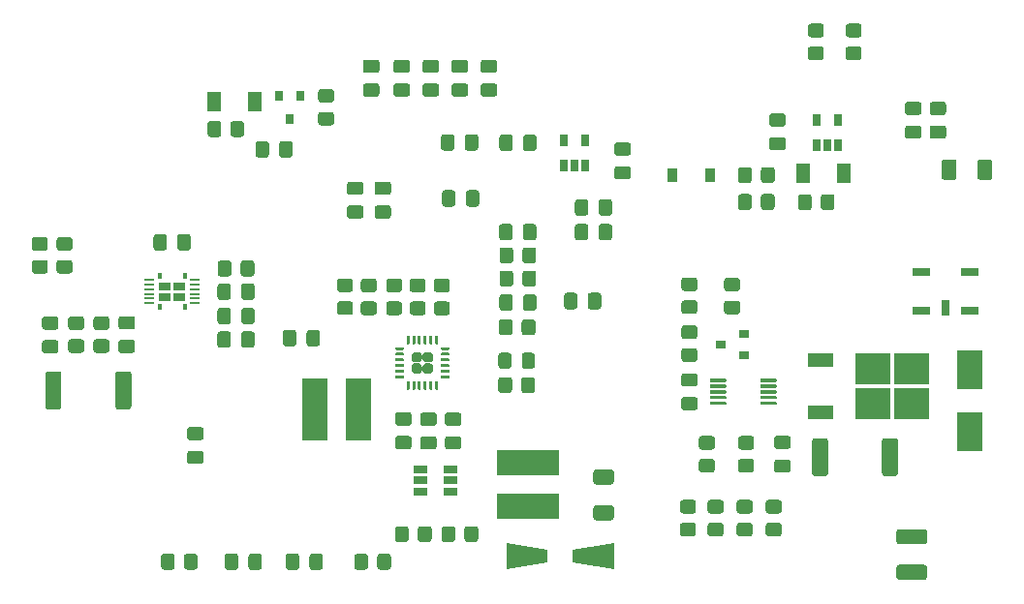
<source format=gbr>
G04 #@! TF.GenerationSoftware,KiCad,Pcbnew,5.1.8*
G04 #@! TF.CreationDate,2020-11-19T15:54:23+08:00*
G04 #@! TF.ProjectId,Main,4d61696e-2e6b-4696-9361-645f70636258,rev?*
G04 #@! TF.SameCoordinates,Original*
G04 #@! TF.FileFunction,Paste,Top*
G04 #@! TF.FilePolarity,Positive*
%FSLAX46Y46*%
G04 Gerber Fmt 4.6, Leading zero omitted, Abs format (unit mm)*
G04 Created by KiCad (PCBNEW 5.1.8) date 2020-11-19 15:54:23*
%MOMM*%
%LPD*%
G01*
G04 APERTURE LIST*
%ADD10R,0.900000X1.200000*%
%ADD11R,1.300000X1.700000*%
%ADD12R,2.250000X5.500000*%
%ADD13C,0.100000*%
%ADD14R,0.650000X1.060000*%
%ADD15R,0.200000X0.200000*%
%ADD16O,0.850000X0.200000*%
%ADD17R,1.100000X0.775000*%
%ADD18R,0.400000X0.575000*%
%ADD19R,1.600000X0.700000*%
%ADD20R,0.700000X1.450000*%
%ADD21R,5.500000X2.250000*%
%ADD22R,1.220000X0.650000*%
%ADD23R,2.200000X1.200000*%
%ADD24R,3.050000X2.750000*%
%ADD25R,0.900000X0.800000*%
%ADD26R,0.800000X0.900000*%
%ADD27R,2.300000X3.500000*%
G04 APERTURE END LIST*
D10*
G04 #@! TO.C,D7*
X200051400Y-85039200D03*
X203351400Y-85039200D03*
G04 #@! TD*
D11*
G04 #@! TO.C,D6*
X215021100Y-84861400D03*
X211521100Y-84861400D03*
G04 #@! TD*
G04 #@! TO.C,R19*
G36*
G01*
X186890100Y-98811501D02*
X186890100Y-97911499D01*
G75*
G02*
X187140099Y-97661500I249999J0D01*
G01*
X187840101Y-97661500D01*
G75*
G02*
X188090100Y-97911499I0J-249999D01*
G01*
X188090100Y-98811501D01*
G75*
G02*
X187840101Y-99061500I-249999J0D01*
G01*
X187140099Y-99061500D01*
G75*
G02*
X186890100Y-98811501I0J249999D01*
G01*
G37*
G36*
G01*
X184890100Y-98811501D02*
X184890100Y-97911499D01*
G75*
G02*
X185140099Y-97661500I249999J0D01*
G01*
X185840101Y-97661500D01*
G75*
G02*
X186090100Y-97911499I0J-249999D01*
G01*
X186090100Y-98811501D01*
G75*
G02*
X185840101Y-99061500I-249999J0D01*
G01*
X185140099Y-99061500D01*
G75*
G02*
X184890100Y-98811501I0J249999D01*
G01*
G37*
G04 #@! TD*
G04 #@! TO.C,C43*
G36*
G01*
X193617000Y-90518000D02*
X193617000Y-89568000D01*
G75*
G02*
X193867000Y-89318000I250000J0D01*
G01*
X194542000Y-89318000D01*
G75*
G02*
X194792000Y-89568000I0J-250000D01*
G01*
X194792000Y-90518000D01*
G75*
G02*
X194542000Y-90768000I-250000J0D01*
G01*
X193867000Y-90768000D01*
G75*
G02*
X193617000Y-90518000I0J250000D01*
G01*
G37*
G36*
G01*
X191542000Y-90518000D02*
X191542000Y-89568000D01*
G75*
G02*
X191792000Y-89318000I250000J0D01*
G01*
X192467000Y-89318000D01*
G75*
G02*
X192717000Y-89568000I0J-250000D01*
G01*
X192717000Y-90518000D01*
G75*
G02*
X192467000Y-90768000I-250000J0D01*
G01*
X191792000Y-90768000D01*
G75*
G02*
X191542000Y-90518000I0J250000D01*
G01*
G37*
G04 #@! TD*
G04 #@! TO.C,R49*
G36*
G01*
X146488999Y-92475000D02*
X147389001Y-92475000D01*
G75*
G02*
X147639000Y-92724999I0J-249999D01*
G01*
X147639000Y-93425001D01*
G75*
G02*
X147389001Y-93675000I-249999J0D01*
G01*
X146488999Y-93675000D01*
G75*
G02*
X146239000Y-93425001I0J249999D01*
G01*
X146239000Y-92724999D01*
G75*
G02*
X146488999Y-92475000I249999J0D01*
G01*
G37*
G36*
G01*
X146488999Y-90475000D02*
X147389001Y-90475000D01*
G75*
G02*
X147639000Y-90724999I0J-249999D01*
G01*
X147639000Y-91425001D01*
G75*
G02*
X147389001Y-91675000I-249999J0D01*
G01*
X146488999Y-91675000D01*
G75*
G02*
X146239000Y-91425001I0J249999D01*
G01*
X146239000Y-90724999D01*
G75*
G02*
X146488999Y-90475000I249999J0D01*
G01*
G37*
G04 #@! TD*
G04 #@! TO.C,R12*
G36*
G01*
X144329999Y-92475000D02*
X145230001Y-92475000D01*
G75*
G02*
X145480000Y-92724999I0J-249999D01*
G01*
X145480000Y-93425001D01*
G75*
G02*
X145230001Y-93675000I-249999J0D01*
G01*
X144329999Y-93675000D01*
G75*
G02*
X144080000Y-93425001I0J249999D01*
G01*
X144080000Y-92724999D01*
G75*
G02*
X144329999Y-92475000I249999J0D01*
G01*
G37*
G36*
G01*
X144329999Y-90475000D02*
X145230001Y-90475000D01*
G75*
G02*
X145480000Y-90724999I0J-249999D01*
G01*
X145480000Y-91425001D01*
G75*
G02*
X145230001Y-91675000I-249999J0D01*
G01*
X144329999Y-91675000D01*
G75*
G02*
X144080000Y-91425001I0J249999D01*
G01*
X144080000Y-90724999D01*
G75*
G02*
X144329999Y-90475000I249999J0D01*
G01*
G37*
G04 #@! TD*
G04 #@! TO.C,R11*
G36*
G01*
X162325000Y-93668001D02*
X162325000Y-92767999D01*
G75*
G02*
X162574999Y-92518000I249999J0D01*
G01*
X163275001Y-92518000D01*
G75*
G02*
X163525000Y-92767999I0J-249999D01*
G01*
X163525000Y-93668001D01*
G75*
G02*
X163275001Y-93918000I-249999J0D01*
G01*
X162574999Y-93918000D01*
G75*
G02*
X162325000Y-93668001I0J249999D01*
G01*
G37*
G36*
G01*
X160325000Y-93668001D02*
X160325000Y-92767999D01*
G75*
G02*
X160574999Y-92518000I249999J0D01*
G01*
X161275001Y-92518000D01*
G75*
G02*
X161525000Y-92767999I0J-249999D01*
G01*
X161525000Y-93668001D01*
G75*
G02*
X161275001Y-93918000I-249999J0D01*
G01*
X160574999Y-93918000D01*
G75*
G02*
X160325000Y-93668001I0J249999D01*
G01*
G37*
G04 #@! TD*
G04 #@! TO.C,C25*
G36*
G01*
X156787000Y-91407000D02*
X156787000Y-90457000D01*
G75*
G02*
X157037000Y-90207000I250000J0D01*
G01*
X157712000Y-90207000D01*
G75*
G02*
X157962000Y-90457000I0J-250000D01*
G01*
X157962000Y-91407000D01*
G75*
G02*
X157712000Y-91657000I-250000J0D01*
G01*
X157037000Y-91657000D01*
G75*
G02*
X156787000Y-91407000I0J250000D01*
G01*
G37*
G36*
G01*
X154712000Y-91407000D02*
X154712000Y-90457000D01*
G75*
G02*
X154962000Y-90207000I250000J0D01*
G01*
X155637000Y-90207000D01*
G75*
G02*
X155887000Y-90457000I0J-250000D01*
G01*
X155887000Y-91407000D01*
G75*
G02*
X155637000Y-91657000I-250000J0D01*
G01*
X154962000Y-91657000D01*
G75*
G02*
X154712000Y-91407000I0J250000D01*
G01*
G37*
G04 #@! TD*
G04 #@! TO.C,C22*
G36*
G01*
X162375000Y-99916000D02*
X162375000Y-98966000D01*
G75*
G02*
X162625000Y-98716000I250000J0D01*
G01*
X163300000Y-98716000D01*
G75*
G02*
X163550000Y-98966000I0J-250000D01*
G01*
X163550000Y-99916000D01*
G75*
G02*
X163300000Y-100166000I-250000J0D01*
G01*
X162625000Y-100166000D01*
G75*
G02*
X162375000Y-99916000I0J250000D01*
G01*
G37*
G36*
G01*
X160300000Y-99916000D02*
X160300000Y-98966000D01*
G75*
G02*
X160550000Y-98716000I250000J0D01*
G01*
X161225000Y-98716000D01*
G75*
G02*
X161475000Y-98966000I0J-250000D01*
G01*
X161475000Y-99916000D01*
G75*
G02*
X161225000Y-100166000I-250000J0D01*
G01*
X160550000Y-100166000D01*
G75*
G02*
X160300000Y-99916000I0J250000D01*
G01*
G37*
G04 #@! TD*
G04 #@! TO.C,R48*
G36*
G01*
X206991000Y-86964099D02*
X206991000Y-87864101D01*
G75*
G02*
X206741001Y-88114100I-249999J0D01*
G01*
X206040999Y-88114100D01*
G75*
G02*
X205791000Y-87864101I0J249999D01*
G01*
X205791000Y-86964099D01*
G75*
G02*
X206040999Y-86714100I249999J0D01*
G01*
X206741001Y-86714100D01*
G75*
G02*
X206991000Y-86964099I0J-249999D01*
G01*
G37*
G36*
G01*
X208991000Y-86964099D02*
X208991000Y-87864101D01*
G75*
G02*
X208741001Y-88114100I-249999J0D01*
G01*
X208040999Y-88114100D01*
G75*
G02*
X207791000Y-87864101I0J249999D01*
G01*
X207791000Y-86964099D01*
G75*
G02*
X208040999Y-86714100I249999J0D01*
G01*
X208741001Y-86714100D01*
G75*
G02*
X208991000Y-86964099I0J-249999D01*
G01*
G37*
G04 #@! TD*
G04 #@! TO.C,R46*
G36*
G01*
X207003700Y-84601899D02*
X207003700Y-85501901D01*
G75*
G02*
X206753701Y-85751900I-249999J0D01*
G01*
X206053699Y-85751900D01*
G75*
G02*
X205803700Y-85501901I0J249999D01*
G01*
X205803700Y-84601899D01*
G75*
G02*
X206053699Y-84351900I249999J0D01*
G01*
X206753701Y-84351900D01*
G75*
G02*
X207003700Y-84601899I0J-249999D01*
G01*
G37*
G36*
G01*
X209003700Y-84601899D02*
X209003700Y-85501901D01*
G75*
G02*
X208753701Y-85751900I-249999J0D01*
G01*
X208053699Y-85751900D01*
G75*
G02*
X207803700Y-85501901I0J249999D01*
G01*
X207803700Y-84601899D01*
G75*
G02*
X208053699Y-84351900I249999J0D01*
G01*
X208753701Y-84351900D01*
G75*
G02*
X209003700Y-84601899I0J-249999D01*
G01*
G37*
G04 #@! TD*
G04 #@! TO.C,R47*
G36*
G01*
X169348999Y-79521000D02*
X170249001Y-79521000D01*
G75*
G02*
X170499000Y-79770999I0J-249999D01*
G01*
X170499000Y-80471001D01*
G75*
G02*
X170249001Y-80721000I-249999J0D01*
G01*
X169348999Y-80721000D01*
G75*
G02*
X169099000Y-80471001I0J249999D01*
G01*
X169099000Y-79770999D01*
G75*
G02*
X169348999Y-79521000I249999J0D01*
G01*
G37*
G36*
G01*
X169348999Y-77521000D02*
X170249001Y-77521000D01*
G75*
G02*
X170499000Y-77770999I0J-249999D01*
G01*
X170499000Y-78471001D01*
G75*
G02*
X170249001Y-78721000I-249999J0D01*
G01*
X169348999Y-78721000D01*
G75*
G02*
X169099000Y-78471001I0J249999D01*
G01*
X169099000Y-77770999D01*
G75*
G02*
X169348999Y-77521000I249999J0D01*
G01*
G37*
G04 #@! TD*
G04 #@! TO.C,R43*
G36*
G01*
X200971999Y-115462000D02*
X201872001Y-115462000D01*
G75*
G02*
X202122000Y-115711999I0J-249999D01*
G01*
X202122000Y-116412001D01*
G75*
G02*
X201872001Y-116662000I-249999J0D01*
G01*
X200971999Y-116662000D01*
G75*
G02*
X200722000Y-116412001I0J249999D01*
G01*
X200722000Y-115711999D01*
G75*
G02*
X200971999Y-115462000I249999J0D01*
G01*
G37*
G36*
G01*
X200971999Y-113462000D02*
X201872001Y-113462000D01*
G75*
G02*
X202122000Y-113711999I0J-249999D01*
G01*
X202122000Y-114412001D01*
G75*
G02*
X201872001Y-114662000I-249999J0D01*
G01*
X200971999Y-114662000D01*
G75*
G02*
X200722000Y-114412001I0J249999D01*
G01*
X200722000Y-113711999D01*
G75*
G02*
X200971999Y-113462000I249999J0D01*
G01*
G37*
G04 #@! TD*
G04 #@! TO.C,R42*
G36*
G01*
X203384999Y-115462000D02*
X204285001Y-115462000D01*
G75*
G02*
X204535000Y-115711999I0J-249999D01*
G01*
X204535000Y-116412001D01*
G75*
G02*
X204285001Y-116662000I-249999J0D01*
G01*
X203384999Y-116662000D01*
G75*
G02*
X203135000Y-116412001I0J249999D01*
G01*
X203135000Y-115711999D01*
G75*
G02*
X203384999Y-115462000I249999J0D01*
G01*
G37*
G36*
G01*
X203384999Y-113462000D02*
X204285001Y-113462000D01*
G75*
G02*
X204535000Y-113711999I0J-249999D01*
G01*
X204535000Y-114412001D01*
G75*
G02*
X204285001Y-114662000I-249999J0D01*
G01*
X203384999Y-114662000D01*
G75*
G02*
X203135000Y-114412001I0J249999D01*
G01*
X203135000Y-113711999D01*
G75*
G02*
X203384999Y-113462000I249999J0D01*
G01*
G37*
G04 #@! TD*
G04 #@! TO.C,R41*
G36*
G01*
X205924999Y-115462000D02*
X206825001Y-115462000D01*
G75*
G02*
X207075000Y-115711999I0J-249999D01*
G01*
X207075000Y-116412001D01*
G75*
G02*
X206825001Y-116662000I-249999J0D01*
G01*
X205924999Y-116662000D01*
G75*
G02*
X205675000Y-116412001I0J249999D01*
G01*
X205675000Y-115711999D01*
G75*
G02*
X205924999Y-115462000I249999J0D01*
G01*
G37*
G36*
G01*
X205924999Y-113462000D02*
X206825001Y-113462000D01*
G75*
G02*
X207075000Y-113711999I0J-249999D01*
G01*
X207075000Y-114412001D01*
G75*
G02*
X206825001Y-114662000I-249999J0D01*
G01*
X205924999Y-114662000D01*
G75*
G02*
X205675000Y-114412001I0J249999D01*
G01*
X205675000Y-113711999D01*
G75*
G02*
X205924999Y-113462000I249999J0D01*
G01*
G37*
G04 #@! TD*
G04 #@! TO.C,R40*
G36*
G01*
X208464999Y-115462000D02*
X209365001Y-115462000D01*
G75*
G02*
X209615000Y-115711999I0J-249999D01*
G01*
X209615000Y-116412001D01*
G75*
G02*
X209365001Y-116662000I-249999J0D01*
G01*
X208464999Y-116662000D01*
G75*
G02*
X208215000Y-116412001I0J249999D01*
G01*
X208215000Y-115711999D01*
G75*
G02*
X208464999Y-115462000I249999J0D01*
G01*
G37*
G36*
G01*
X208464999Y-113462000D02*
X209365001Y-113462000D01*
G75*
G02*
X209615000Y-113711999I0J-249999D01*
G01*
X209615000Y-114412001D01*
G75*
G02*
X209365001Y-114662000I-249999J0D01*
G01*
X208464999Y-114662000D01*
G75*
G02*
X208215000Y-114412001I0J249999D01*
G01*
X208215000Y-113711999D01*
G75*
G02*
X208464999Y-113462000I249999J0D01*
G01*
G37*
G04 #@! TD*
G04 #@! TO.C,R35*
G36*
G01*
X206952001Y-109074000D02*
X206051999Y-109074000D01*
G75*
G02*
X205802000Y-108824001I0J249999D01*
G01*
X205802000Y-108123999D01*
G75*
G02*
X206051999Y-107874000I249999J0D01*
G01*
X206952001Y-107874000D01*
G75*
G02*
X207202000Y-108123999I0J-249999D01*
G01*
X207202000Y-108824001D01*
G75*
G02*
X206952001Y-109074000I-249999J0D01*
G01*
G37*
G36*
G01*
X206952001Y-111074000D02*
X206051999Y-111074000D01*
G75*
G02*
X205802000Y-110824001I0J249999D01*
G01*
X205802000Y-110123999D01*
G75*
G02*
X206051999Y-109874000I249999J0D01*
G01*
X206952001Y-109874000D01*
G75*
G02*
X207202000Y-110123999I0J-249999D01*
G01*
X207202000Y-110824001D01*
G75*
G02*
X206952001Y-111074000I-249999J0D01*
G01*
G37*
G04 #@! TD*
G04 #@! TO.C,R34*
G36*
G01*
X202622999Y-109874000D02*
X203523001Y-109874000D01*
G75*
G02*
X203773000Y-110123999I0J-249999D01*
G01*
X203773000Y-110824001D01*
G75*
G02*
X203523001Y-111074000I-249999J0D01*
G01*
X202622999Y-111074000D01*
G75*
G02*
X202373000Y-110824001I0J249999D01*
G01*
X202373000Y-110123999D01*
G75*
G02*
X202622999Y-109874000I249999J0D01*
G01*
G37*
G36*
G01*
X202622999Y-107874000D02*
X203523001Y-107874000D01*
G75*
G02*
X203773000Y-108123999I0J-249999D01*
G01*
X203773000Y-108824001D01*
G75*
G02*
X203523001Y-109074000I-249999J0D01*
G01*
X202622999Y-109074000D01*
G75*
G02*
X202373000Y-108824001I0J249999D01*
G01*
X202373000Y-108123999D01*
G75*
G02*
X202622999Y-107874000I249999J0D01*
G01*
G37*
G04 #@! TD*
G04 #@! TO.C,R33*
G36*
G01*
X218377000Y-111153001D02*
X218377000Y-108302999D01*
G75*
G02*
X218626999Y-108053000I249999J0D01*
G01*
X219527001Y-108053000D01*
G75*
G02*
X219777000Y-108302999I0J-249999D01*
G01*
X219777000Y-111153001D01*
G75*
G02*
X219527001Y-111403000I-249999J0D01*
G01*
X218626999Y-111403000D01*
G75*
G02*
X218377000Y-111153001I0J249999D01*
G01*
G37*
G36*
G01*
X212277000Y-111153001D02*
X212277000Y-108302999D01*
G75*
G02*
X212526999Y-108053000I249999J0D01*
G01*
X213427001Y-108053000D01*
G75*
G02*
X213677000Y-108302999I0J-249999D01*
G01*
X213677000Y-111153001D01*
G75*
G02*
X213427001Y-111403000I-249999J0D01*
G01*
X212526999Y-111403000D01*
G75*
G02*
X212277000Y-111153001I0J249999D01*
G01*
G37*
G04 #@! TD*
G04 #@! TO.C,R32*
G36*
G01*
X177019000Y-116008999D02*
X177019000Y-116909001D01*
G75*
G02*
X176769001Y-117159000I-249999J0D01*
G01*
X176068999Y-117159000D01*
G75*
G02*
X175819000Y-116909001I0J249999D01*
G01*
X175819000Y-116008999D01*
G75*
G02*
X176068999Y-115759000I249999J0D01*
G01*
X176769001Y-115759000D01*
G75*
G02*
X177019000Y-116008999I0J-249999D01*
G01*
G37*
G36*
G01*
X179019000Y-116008999D02*
X179019000Y-116909001D01*
G75*
G02*
X178769001Y-117159000I-249999J0D01*
G01*
X178068999Y-117159000D01*
G75*
G02*
X177819000Y-116909001I0J249999D01*
G01*
X177819000Y-116008999D01*
G75*
G02*
X178068999Y-115759000I249999J0D01*
G01*
X178769001Y-115759000D01*
G75*
G02*
X179019000Y-116008999I0J-249999D01*
G01*
G37*
G04 #@! TD*
G04 #@! TO.C,R31*
G36*
G01*
X181092000Y-116008999D02*
X181092000Y-116909001D01*
G75*
G02*
X180842001Y-117159000I-249999J0D01*
G01*
X180141999Y-117159000D01*
G75*
G02*
X179892000Y-116909001I0J249999D01*
G01*
X179892000Y-116008999D01*
G75*
G02*
X180141999Y-115759000I249999J0D01*
G01*
X180842001Y-115759000D01*
G75*
G02*
X181092000Y-116008999I0J-249999D01*
G01*
G37*
G36*
G01*
X183092000Y-116008999D02*
X183092000Y-116909001D01*
G75*
G02*
X182842001Y-117159000I-249999J0D01*
G01*
X182141999Y-117159000D01*
G75*
G02*
X181892000Y-116909001I0J249999D01*
G01*
X181892000Y-116008999D01*
G75*
G02*
X182141999Y-115759000I249999J0D01*
G01*
X182842001Y-115759000D01*
G75*
G02*
X183092000Y-116008999I0J-249999D01*
G01*
G37*
G04 #@! TD*
G04 #@! TO.C,R30*
G36*
G01*
X201999001Y-95205600D02*
X201098999Y-95205600D01*
G75*
G02*
X200849000Y-94955601I0J249999D01*
G01*
X200849000Y-94255599D01*
G75*
G02*
X201098999Y-94005600I249999J0D01*
G01*
X201999001Y-94005600D01*
G75*
G02*
X202249000Y-94255599I0J-249999D01*
G01*
X202249000Y-94955601D01*
G75*
G02*
X201999001Y-95205600I-249999J0D01*
G01*
G37*
G36*
G01*
X201999001Y-97205600D02*
X201098999Y-97205600D01*
G75*
G02*
X200849000Y-96955601I0J249999D01*
G01*
X200849000Y-96255599D01*
G75*
G02*
X201098999Y-96005600I249999J0D01*
G01*
X201999001Y-96005600D01*
G75*
G02*
X202249000Y-96255599I0J-249999D01*
G01*
X202249000Y-96955601D01*
G75*
G02*
X201999001Y-97205600I-249999J0D01*
G01*
G37*
G04 #@! TD*
G04 #@! TO.C,R29*
G36*
G01*
X201999001Y-99396600D02*
X201098999Y-99396600D01*
G75*
G02*
X200849000Y-99146601I0J249999D01*
G01*
X200849000Y-98446599D01*
G75*
G02*
X201098999Y-98196600I249999J0D01*
G01*
X201999001Y-98196600D01*
G75*
G02*
X202249000Y-98446599I0J-249999D01*
G01*
X202249000Y-99146601D01*
G75*
G02*
X201999001Y-99396600I-249999J0D01*
G01*
G37*
G36*
G01*
X201999001Y-101396600D02*
X201098999Y-101396600D01*
G75*
G02*
X200849000Y-101146601I0J249999D01*
G01*
X200849000Y-100446599D01*
G75*
G02*
X201098999Y-100196600I249999J0D01*
G01*
X201999001Y-100196600D01*
G75*
G02*
X202249000Y-100446599I0J-249999D01*
G01*
X202249000Y-101146601D01*
G75*
G02*
X201999001Y-101396600I-249999J0D01*
G01*
G37*
G04 #@! TD*
G04 #@! TO.C,R27*
G36*
G01*
X205732801Y-95231000D02*
X204832799Y-95231000D01*
G75*
G02*
X204582800Y-94981001I0J249999D01*
G01*
X204582800Y-94280999D01*
G75*
G02*
X204832799Y-94031000I249999J0D01*
G01*
X205732801Y-94031000D01*
G75*
G02*
X205982800Y-94280999I0J-249999D01*
G01*
X205982800Y-94981001D01*
G75*
G02*
X205732801Y-95231000I-249999J0D01*
G01*
G37*
G36*
G01*
X205732801Y-97231000D02*
X204832799Y-97231000D01*
G75*
G02*
X204582800Y-96981001I0J249999D01*
G01*
X204582800Y-96280999D01*
G75*
G02*
X204832799Y-96031000I249999J0D01*
G01*
X205732801Y-96031000D01*
G75*
G02*
X205982800Y-96280999I0J-249999D01*
G01*
X205982800Y-96981001D01*
G75*
G02*
X205732801Y-97231000I-249999J0D01*
G01*
G37*
G04 #@! TD*
G04 #@! TO.C,R18*
G36*
G01*
X170999999Y-94094500D02*
X171900001Y-94094500D01*
G75*
G02*
X172150000Y-94344499I0J-249999D01*
G01*
X172150000Y-95044501D01*
G75*
G02*
X171900001Y-95294500I-249999J0D01*
G01*
X170999999Y-95294500D01*
G75*
G02*
X170750000Y-95044501I0J249999D01*
G01*
X170750000Y-94344499D01*
G75*
G02*
X170999999Y-94094500I249999J0D01*
G01*
G37*
G36*
G01*
X170999999Y-96094500D02*
X171900001Y-96094500D01*
G75*
G02*
X172150000Y-96344499I0J-249999D01*
G01*
X172150000Y-97044501D01*
G75*
G02*
X171900001Y-97294500I-249999J0D01*
G01*
X170999999Y-97294500D01*
G75*
G02*
X170750000Y-97044501I0J249999D01*
G01*
X170750000Y-96344499D01*
G75*
G02*
X170999999Y-96094500I249999J0D01*
G01*
G37*
G04 #@! TD*
G04 #@! TO.C,R16*
G36*
G01*
X151371800Y-105311001D02*
X151371800Y-102460999D01*
G75*
G02*
X151621799Y-102211000I249999J0D01*
G01*
X152521801Y-102211000D01*
G75*
G02*
X152771800Y-102460999I0J-249999D01*
G01*
X152771800Y-105311001D01*
G75*
G02*
X152521801Y-105561000I-249999J0D01*
G01*
X151621799Y-105561000D01*
G75*
G02*
X151371800Y-105311001I0J249999D01*
G01*
G37*
G36*
G01*
X145271800Y-105311001D02*
X145271800Y-102460999D01*
G75*
G02*
X145521799Y-102211000I249999J0D01*
G01*
X146421801Y-102211000D01*
G75*
G02*
X146671800Y-102460999I0J-249999D01*
G01*
X146671800Y-105311001D01*
G75*
G02*
X146421801Y-105561000I-249999J0D01*
G01*
X145521799Y-105561000D01*
G75*
G02*
X145271800Y-105311001I0J249999D01*
G01*
G37*
G04 #@! TD*
G04 #@! TO.C,R15*
G36*
G01*
X213048001Y-73006000D02*
X212147999Y-73006000D01*
G75*
G02*
X211898000Y-72756001I0J249999D01*
G01*
X211898000Y-72055999D01*
G75*
G02*
X212147999Y-71806000I249999J0D01*
G01*
X213048001Y-71806000D01*
G75*
G02*
X213298000Y-72055999I0J-249999D01*
G01*
X213298000Y-72756001D01*
G75*
G02*
X213048001Y-73006000I-249999J0D01*
G01*
G37*
G36*
G01*
X213048001Y-75006000D02*
X212147999Y-75006000D01*
G75*
G02*
X211898000Y-74756001I0J249999D01*
G01*
X211898000Y-74055999D01*
G75*
G02*
X212147999Y-73806000I249999J0D01*
G01*
X213048001Y-73806000D01*
G75*
G02*
X213298000Y-74055999I0J-249999D01*
G01*
X213298000Y-74756001D01*
G75*
G02*
X213048001Y-75006000I-249999J0D01*
G01*
G37*
G04 #@! TD*
G04 #@! TO.C,R14*
G36*
G01*
X216350001Y-73006000D02*
X215449999Y-73006000D01*
G75*
G02*
X215200000Y-72756001I0J249999D01*
G01*
X215200000Y-72055999D01*
G75*
G02*
X215449999Y-71806000I249999J0D01*
G01*
X216350001Y-71806000D01*
G75*
G02*
X216600000Y-72055999I0J-249999D01*
G01*
X216600000Y-72756001D01*
G75*
G02*
X216350001Y-73006000I-249999J0D01*
G01*
G37*
G36*
G01*
X216350001Y-75006000D02*
X215449999Y-75006000D01*
G75*
G02*
X215200000Y-74756001I0J249999D01*
G01*
X215200000Y-74055999D01*
G75*
G02*
X215449999Y-73806000I249999J0D01*
G01*
X216350001Y-73806000D01*
G75*
G02*
X216600000Y-74055999I0J-249999D01*
G01*
X216600000Y-74756001D01*
G75*
G02*
X216350001Y-75006000I-249999J0D01*
G01*
G37*
G04 #@! TD*
G04 #@! TO.C,R13*
G36*
G01*
X186950300Y-92525001D02*
X186950300Y-91624999D01*
G75*
G02*
X187200299Y-91375000I249999J0D01*
G01*
X187900301Y-91375000D01*
G75*
G02*
X188150300Y-91624999I0J-249999D01*
G01*
X188150300Y-92525001D01*
G75*
G02*
X187900301Y-92775000I-249999J0D01*
G01*
X187200299Y-92775000D01*
G75*
G02*
X186950300Y-92525001I0J249999D01*
G01*
G37*
G36*
G01*
X184950300Y-92525001D02*
X184950300Y-91624999D01*
G75*
G02*
X185200299Y-91375000I249999J0D01*
G01*
X185900301Y-91375000D01*
G75*
G02*
X186150300Y-91624999I0J-249999D01*
G01*
X186150300Y-92525001D01*
G75*
G02*
X185900301Y-92775000I-249999J0D01*
G01*
X185200299Y-92775000D01*
G75*
G02*
X184950300Y-92525001I0J249999D01*
G01*
G37*
G04 #@! TD*
G04 #@! TO.C,R10*
G36*
G01*
X186950300Y-94557001D02*
X186950300Y-93656999D01*
G75*
G02*
X187200299Y-93407000I249999J0D01*
G01*
X187900301Y-93407000D01*
G75*
G02*
X188150300Y-93656999I0J-249999D01*
G01*
X188150300Y-94557001D01*
G75*
G02*
X187900301Y-94807000I-249999J0D01*
G01*
X187200299Y-94807000D01*
G75*
G02*
X186950300Y-94557001I0J249999D01*
G01*
G37*
G36*
G01*
X184950300Y-94557001D02*
X184950300Y-93656999D01*
G75*
G02*
X185200299Y-93407000I249999J0D01*
G01*
X185900301Y-93407000D01*
G75*
G02*
X186150300Y-93656999I0J-249999D01*
G01*
X186150300Y-94557001D01*
G75*
G02*
X185900301Y-94807000I-249999J0D01*
G01*
X185200299Y-94807000D01*
G75*
G02*
X184950300Y-94557001I0J249999D01*
G01*
G37*
G04 #@! TD*
G04 #@! TO.C,R3*
G36*
G01*
X157372000Y-119322001D02*
X157372000Y-118421999D01*
G75*
G02*
X157621999Y-118172000I249999J0D01*
G01*
X158322001Y-118172000D01*
G75*
G02*
X158572000Y-118421999I0J-249999D01*
G01*
X158572000Y-119322001D01*
G75*
G02*
X158322001Y-119572000I-249999J0D01*
G01*
X157621999Y-119572000D01*
G75*
G02*
X157372000Y-119322001I0J249999D01*
G01*
G37*
G36*
G01*
X155372000Y-119322001D02*
X155372000Y-118421999D01*
G75*
G02*
X155621999Y-118172000I249999J0D01*
G01*
X156322001Y-118172000D01*
G75*
G02*
X156572000Y-118421999I0J-249999D01*
G01*
X156572000Y-119322001D01*
G75*
G02*
X156322001Y-119572000I-249999J0D01*
G01*
X155621999Y-119572000D01*
G75*
G02*
X155372000Y-119322001I0J249999D01*
G01*
G37*
G04 #@! TD*
G04 #@! TO.C,R2*
G36*
G01*
X173463000Y-118421999D02*
X173463000Y-119322001D01*
G75*
G02*
X173213001Y-119572000I-249999J0D01*
G01*
X172512999Y-119572000D01*
G75*
G02*
X172263000Y-119322001I0J249999D01*
G01*
X172263000Y-118421999D01*
G75*
G02*
X172512999Y-118172000I249999J0D01*
G01*
X173213001Y-118172000D01*
G75*
G02*
X173463000Y-118421999I0J-249999D01*
G01*
G37*
G36*
G01*
X175463000Y-118421999D02*
X175463000Y-119322001D01*
G75*
G02*
X175213001Y-119572000I-249999J0D01*
G01*
X174512999Y-119572000D01*
G75*
G02*
X174263000Y-119322001I0J249999D01*
G01*
X174263000Y-118421999D01*
G75*
G02*
X174512999Y-118172000I249999J0D01*
G01*
X175213001Y-118172000D01*
G75*
G02*
X175463000Y-118421999I0J-249999D01*
G01*
G37*
G04 #@! TD*
G04 #@! TO.C,R1*
G36*
G01*
X160636000Y-80575999D02*
X160636000Y-81476001D01*
G75*
G02*
X160386001Y-81726000I-249999J0D01*
G01*
X159685999Y-81726000D01*
G75*
G02*
X159436000Y-81476001I0J249999D01*
G01*
X159436000Y-80575999D01*
G75*
G02*
X159685999Y-80326000I249999J0D01*
G01*
X160386001Y-80326000D01*
G75*
G02*
X160636000Y-80575999I0J-249999D01*
G01*
G37*
G36*
G01*
X162636000Y-80575999D02*
X162636000Y-81476001D01*
G75*
G02*
X162386001Y-81726000I-249999J0D01*
G01*
X161685999Y-81726000D01*
G75*
G02*
X161436000Y-81476001I0J249999D01*
G01*
X161436000Y-80575999D01*
G75*
G02*
X161685999Y-80326000I249999J0D01*
G01*
X162386001Y-80326000D01*
G75*
G02*
X162636000Y-80575999I0J-249999D01*
G01*
G37*
G04 #@! TD*
G04 #@! TO.C,C41*
G36*
G01*
X145219400Y-99484600D02*
X146169400Y-99484600D01*
G75*
G02*
X146419400Y-99734600I0J-250000D01*
G01*
X146419400Y-100409600D01*
G75*
G02*
X146169400Y-100659600I-250000J0D01*
G01*
X145219400Y-100659600D01*
G75*
G02*
X144969400Y-100409600I0J250000D01*
G01*
X144969400Y-99734600D01*
G75*
G02*
X145219400Y-99484600I250000J0D01*
G01*
G37*
G36*
G01*
X145219400Y-97409600D02*
X146169400Y-97409600D01*
G75*
G02*
X146419400Y-97659600I0J-250000D01*
G01*
X146419400Y-98334600D01*
G75*
G02*
X146169400Y-98584600I-250000J0D01*
G01*
X145219400Y-98584600D01*
G75*
G02*
X144969400Y-98334600I0J250000D01*
G01*
X144969400Y-97659600D01*
G75*
G02*
X145219400Y-97409600I250000J0D01*
G01*
G37*
G04 #@! TD*
G04 #@! TO.C,C40*
G36*
G01*
X151899600Y-99459200D02*
X152849600Y-99459200D01*
G75*
G02*
X153099600Y-99709200I0J-250000D01*
G01*
X153099600Y-100384200D01*
G75*
G02*
X152849600Y-100634200I-250000J0D01*
G01*
X151899600Y-100634200D01*
G75*
G02*
X151649600Y-100384200I0J250000D01*
G01*
X151649600Y-99709200D01*
G75*
G02*
X151899600Y-99459200I250000J0D01*
G01*
G37*
G36*
G01*
X151899600Y-97384200D02*
X152849600Y-97384200D01*
G75*
G02*
X153099600Y-97634200I0J-250000D01*
G01*
X153099600Y-98309200D01*
G75*
G02*
X152849600Y-98559200I-250000J0D01*
G01*
X151899600Y-98559200D01*
G75*
G02*
X151649600Y-98309200I0J250000D01*
G01*
X151649600Y-97634200D01*
G75*
G02*
X151899600Y-97384200I250000J0D01*
G01*
G37*
G04 #@! TD*
G04 #@! TO.C,C39*
G36*
G01*
X186113000Y-81757500D02*
X186113000Y-82707500D01*
G75*
G02*
X185863000Y-82957500I-250000J0D01*
G01*
X185188000Y-82957500D01*
G75*
G02*
X184938000Y-82707500I0J250000D01*
G01*
X184938000Y-81757500D01*
G75*
G02*
X185188000Y-81507500I250000J0D01*
G01*
X185863000Y-81507500D01*
G75*
G02*
X186113000Y-81757500I0J-250000D01*
G01*
G37*
G36*
G01*
X188188000Y-81757500D02*
X188188000Y-82707500D01*
G75*
G02*
X187938000Y-82957500I-250000J0D01*
G01*
X187263000Y-82957500D01*
G75*
G02*
X187013000Y-82707500I0J250000D01*
G01*
X187013000Y-81757500D01*
G75*
G02*
X187263000Y-81507500I250000J0D01*
G01*
X187938000Y-81507500D01*
G75*
G02*
X188188000Y-81757500I0J-250000D01*
G01*
G37*
G04 #@! TD*
G04 #@! TO.C,C38*
G36*
G01*
X219879997Y-119137000D02*
X222080003Y-119137000D01*
G75*
G02*
X222330000Y-119386997I0J-249997D01*
G01*
X222330000Y-120212003D01*
G75*
G02*
X222080003Y-120462000I-249997J0D01*
G01*
X219879997Y-120462000D01*
G75*
G02*
X219630000Y-120212003I0J249997D01*
G01*
X219630000Y-119386997D01*
G75*
G02*
X219879997Y-119137000I249997J0D01*
G01*
G37*
G36*
G01*
X219879997Y-116012000D02*
X222080003Y-116012000D01*
G75*
G02*
X222330000Y-116261997I0J-249997D01*
G01*
X222330000Y-117087003D01*
G75*
G02*
X222080003Y-117337000I-249997J0D01*
G01*
X219879997Y-117337000D01*
G75*
G02*
X219630000Y-117087003I0J249997D01*
G01*
X219630000Y-116261997D01*
G75*
G02*
X219879997Y-116012000I249997J0D01*
G01*
G37*
G04 #@! TD*
G04 #@! TO.C,C37*
G36*
G01*
X209202000Y-109924000D02*
X210152000Y-109924000D01*
G75*
G02*
X210402000Y-110174000I0J-250000D01*
G01*
X210402000Y-110849000D01*
G75*
G02*
X210152000Y-111099000I-250000J0D01*
G01*
X209202000Y-111099000D01*
G75*
G02*
X208952000Y-110849000I0J250000D01*
G01*
X208952000Y-110174000D01*
G75*
G02*
X209202000Y-109924000I250000J0D01*
G01*
G37*
G36*
G01*
X209202000Y-107849000D02*
X210152000Y-107849000D01*
G75*
G02*
X210402000Y-108099000I0J-250000D01*
G01*
X210402000Y-108774000D01*
G75*
G02*
X210152000Y-109024000I-250000J0D01*
G01*
X209202000Y-109024000D01*
G75*
G02*
X208952000Y-108774000I0J250000D01*
G01*
X208952000Y-108099000D01*
G75*
G02*
X209202000Y-107849000I250000J0D01*
G01*
G37*
G04 #@! TD*
G04 #@! TO.C,C36*
G36*
G01*
X196182000Y-83370000D02*
X195232000Y-83370000D01*
G75*
G02*
X194982000Y-83120000I0J250000D01*
G01*
X194982000Y-82445000D01*
G75*
G02*
X195232000Y-82195000I250000J0D01*
G01*
X196182000Y-82195000D01*
G75*
G02*
X196432000Y-82445000I0J-250000D01*
G01*
X196432000Y-83120000D01*
G75*
G02*
X196182000Y-83370000I-250000J0D01*
G01*
G37*
G36*
G01*
X196182000Y-85445000D02*
X195232000Y-85445000D01*
G75*
G02*
X194982000Y-85195000I0J250000D01*
G01*
X194982000Y-84520000D01*
G75*
G02*
X195232000Y-84270000I250000J0D01*
G01*
X196182000Y-84270000D01*
G75*
G02*
X196432000Y-84520000I0J-250000D01*
G01*
X196432000Y-85195000D01*
G75*
G02*
X196182000Y-85445000I-250000J0D01*
G01*
G37*
G04 #@! TD*
G04 #@! TO.C,C33*
G36*
G01*
X194706003Y-112130000D02*
X193405997Y-112130000D01*
G75*
G02*
X193156000Y-111880003I0J249997D01*
G01*
X193156000Y-111054997D01*
G75*
G02*
X193405997Y-110805000I249997J0D01*
G01*
X194706003Y-110805000D01*
G75*
G02*
X194956000Y-111054997I0J-249997D01*
G01*
X194956000Y-111880003D01*
G75*
G02*
X194706003Y-112130000I-249997J0D01*
G01*
G37*
G36*
G01*
X194706003Y-115255000D02*
X193405997Y-115255000D01*
G75*
G02*
X193156000Y-115005003I0J249997D01*
G01*
X193156000Y-114179997D01*
G75*
G02*
X193405997Y-113930000I249997J0D01*
G01*
X194706003Y-113930000D01*
G75*
G02*
X194956000Y-114179997I0J-249997D01*
G01*
X194956000Y-115005003D01*
G75*
G02*
X194706003Y-115255000I-249997J0D01*
G01*
G37*
G04 #@! TD*
G04 #@! TO.C,C32*
G36*
G01*
X224906000Y-83931997D02*
X224906000Y-85232003D01*
G75*
G02*
X224656003Y-85482000I-249997J0D01*
G01*
X223830997Y-85482000D01*
G75*
G02*
X223581000Y-85232003I0J249997D01*
G01*
X223581000Y-83931997D01*
G75*
G02*
X223830997Y-83682000I249997J0D01*
G01*
X224656003Y-83682000D01*
G75*
G02*
X224906000Y-83931997I0J-249997D01*
G01*
G37*
G36*
G01*
X228031000Y-83931997D02*
X228031000Y-85232003D01*
G75*
G02*
X227781003Y-85482000I-249997J0D01*
G01*
X226955997Y-85482000D01*
G75*
G02*
X226706000Y-85232003I0J249997D01*
G01*
X226706000Y-83931997D01*
G75*
G02*
X226955997Y-83682000I249997J0D01*
G01*
X227781003Y-83682000D01*
G75*
G02*
X228031000Y-83931997I0J-249997D01*
G01*
G37*
G04 #@! TD*
G04 #@! TO.C,C31*
G36*
G01*
X202024000Y-103563000D02*
X201074000Y-103563000D01*
G75*
G02*
X200824000Y-103313000I0J250000D01*
G01*
X200824000Y-102638000D01*
G75*
G02*
X201074000Y-102388000I250000J0D01*
G01*
X202024000Y-102388000D01*
G75*
G02*
X202274000Y-102638000I0J-250000D01*
G01*
X202274000Y-103313000D01*
G75*
G02*
X202024000Y-103563000I-250000J0D01*
G01*
G37*
G36*
G01*
X202024000Y-105638000D02*
X201074000Y-105638000D01*
G75*
G02*
X200824000Y-105388000I0J250000D01*
G01*
X200824000Y-104713000D01*
G75*
G02*
X201074000Y-104463000I250000J0D01*
G01*
X202024000Y-104463000D01*
G75*
G02*
X202274000Y-104713000I0J-250000D01*
G01*
X202274000Y-105388000D01*
G75*
G02*
X202024000Y-105638000I-250000J0D01*
G01*
G37*
G04 #@! TD*
G04 #@! TO.C,C29*
G36*
G01*
X168090000Y-99789000D02*
X168090000Y-98839000D01*
G75*
G02*
X168340000Y-98589000I250000J0D01*
G01*
X169015000Y-98589000D01*
G75*
G02*
X169265000Y-98839000I0J-250000D01*
G01*
X169265000Y-99789000D01*
G75*
G02*
X169015000Y-100039000I-250000J0D01*
G01*
X168340000Y-100039000D01*
G75*
G02*
X168090000Y-99789000I0J250000D01*
G01*
G37*
G36*
G01*
X166015000Y-99789000D02*
X166015000Y-98839000D01*
G75*
G02*
X166265000Y-98589000I250000J0D01*
G01*
X166940000Y-98589000D01*
G75*
G02*
X167190000Y-98839000I0J-250000D01*
G01*
X167190000Y-99789000D01*
G75*
G02*
X166940000Y-100039000I-250000J0D01*
G01*
X166265000Y-100039000D01*
G75*
G02*
X166015000Y-99789000I0J250000D01*
G01*
G37*
G04 #@! TD*
G04 #@! TO.C,C28*
G36*
G01*
X178264800Y-107892000D02*
X179214800Y-107892000D01*
G75*
G02*
X179464800Y-108142000I0J-250000D01*
G01*
X179464800Y-108817000D01*
G75*
G02*
X179214800Y-109067000I-250000J0D01*
G01*
X178264800Y-109067000D01*
G75*
G02*
X178014800Y-108817000I0J250000D01*
G01*
X178014800Y-108142000D01*
G75*
G02*
X178264800Y-107892000I250000J0D01*
G01*
G37*
G36*
G01*
X178264800Y-105817000D02*
X179214800Y-105817000D01*
G75*
G02*
X179464800Y-106067000I0J-250000D01*
G01*
X179464800Y-106742000D01*
G75*
G02*
X179214800Y-106992000I-250000J0D01*
G01*
X178264800Y-106992000D01*
G75*
G02*
X178014800Y-106742000I0J250000D01*
G01*
X178014800Y-106067000D01*
G75*
G02*
X178264800Y-105817000I250000J0D01*
G01*
G37*
G04 #@! TD*
G04 #@! TO.C,C26*
G36*
G01*
X180423800Y-107892000D02*
X181373800Y-107892000D01*
G75*
G02*
X181623800Y-108142000I0J-250000D01*
G01*
X181623800Y-108817000D01*
G75*
G02*
X181373800Y-109067000I-250000J0D01*
G01*
X180423800Y-109067000D01*
G75*
G02*
X180173800Y-108817000I0J250000D01*
G01*
X180173800Y-108142000D01*
G75*
G02*
X180423800Y-107892000I250000J0D01*
G01*
G37*
G36*
G01*
X180423800Y-105817000D02*
X181373800Y-105817000D01*
G75*
G02*
X181623800Y-106067000I0J-250000D01*
G01*
X181623800Y-106742000D01*
G75*
G02*
X181373800Y-106992000I-250000J0D01*
G01*
X180423800Y-106992000D01*
G75*
G02*
X180173800Y-106742000I0J250000D01*
G01*
X180173800Y-106067000D01*
G75*
G02*
X180423800Y-105817000I250000J0D01*
G01*
G37*
G04 #@! TD*
G04 #@! TO.C,C24*
G36*
G01*
X157894000Y-109162000D02*
X158844000Y-109162000D01*
G75*
G02*
X159094000Y-109412000I0J-250000D01*
G01*
X159094000Y-110087000D01*
G75*
G02*
X158844000Y-110337000I-250000J0D01*
G01*
X157894000Y-110337000D01*
G75*
G02*
X157644000Y-110087000I0J250000D01*
G01*
X157644000Y-109412000D01*
G75*
G02*
X157894000Y-109162000I250000J0D01*
G01*
G37*
G36*
G01*
X157894000Y-107087000D02*
X158844000Y-107087000D01*
G75*
G02*
X159094000Y-107337000I0J-250000D01*
G01*
X159094000Y-108012000D01*
G75*
G02*
X158844000Y-108262000I-250000J0D01*
G01*
X157894000Y-108262000D01*
G75*
G02*
X157644000Y-108012000I0J250000D01*
G01*
X157644000Y-107337000D01*
G75*
G02*
X157894000Y-107087000I250000J0D01*
G01*
G37*
G04 #@! TD*
G04 #@! TO.C,C23*
G36*
G01*
X162375000Y-95725000D02*
X162375000Y-94775000D01*
G75*
G02*
X162625000Y-94525000I250000J0D01*
G01*
X163300000Y-94525000D01*
G75*
G02*
X163550000Y-94775000I0J-250000D01*
G01*
X163550000Y-95725000D01*
G75*
G02*
X163300000Y-95975000I-250000J0D01*
G01*
X162625000Y-95975000D01*
G75*
G02*
X162375000Y-95725000I0J250000D01*
G01*
G37*
G36*
G01*
X160300000Y-95725000D02*
X160300000Y-94775000D01*
G75*
G02*
X160550000Y-94525000I250000J0D01*
G01*
X161225000Y-94525000D01*
G75*
G02*
X161475000Y-94775000I0J-250000D01*
G01*
X161475000Y-95725000D01*
G75*
G02*
X161225000Y-95975000I-250000J0D01*
G01*
X160550000Y-95975000D01*
G75*
G02*
X160300000Y-95725000I0J250000D01*
G01*
G37*
G04 #@! TD*
G04 #@! TO.C,C21*
G36*
G01*
X208770200Y-81730000D02*
X209720200Y-81730000D01*
G75*
G02*
X209970200Y-81980000I0J-250000D01*
G01*
X209970200Y-82655000D01*
G75*
G02*
X209720200Y-82905000I-250000J0D01*
G01*
X208770200Y-82905000D01*
G75*
G02*
X208520200Y-82655000I0J250000D01*
G01*
X208520200Y-81980000D01*
G75*
G02*
X208770200Y-81730000I250000J0D01*
G01*
G37*
G36*
G01*
X208770200Y-79655000D02*
X209720200Y-79655000D01*
G75*
G02*
X209970200Y-79905000I0J-250000D01*
G01*
X209970200Y-80580000D01*
G75*
G02*
X209720200Y-80830000I-250000J0D01*
G01*
X208770200Y-80830000D01*
G75*
G02*
X208520200Y-80580000I0J250000D01*
G01*
X208520200Y-79905000D01*
G75*
G02*
X208770200Y-79655000I250000J0D01*
G01*
G37*
G04 #@! TD*
G04 #@! TO.C,C20*
G36*
G01*
X222791000Y-80714000D02*
X223741000Y-80714000D01*
G75*
G02*
X223991000Y-80964000I0J-250000D01*
G01*
X223991000Y-81639000D01*
G75*
G02*
X223741000Y-81889000I-250000J0D01*
G01*
X222791000Y-81889000D01*
G75*
G02*
X222541000Y-81639000I0J250000D01*
G01*
X222541000Y-80964000D01*
G75*
G02*
X222791000Y-80714000I250000J0D01*
G01*
G37*
G36*
G01*
X222791000Y-78639000D02*
X223741000Y-78639000D01*
G75*
G02*
X223991000Y-78889000I0J-250000D01*
G01*
X223991000Y-79564000D01*
G75*
G02*
X223741000Y-79814000I-250000J0D01*
G01*
X222791000Y-79814000D01*
G75*
G02*
X222541000Y-79564000I0J250000D01*
G01*
X222541000Y-78889000D01*
G75*
G02*
X222791000Y-78639000I250000J0D01*
G01*
G37*
G04 #@! TD*
G04 #@! TO.C,C19*
G36*
G01*
X220632000Y-80714000D02*
X221582000Y-80714000D01*
G75*
G02*
X221832000Y-80964000I0J-250000D01*
G01*
X221832000Y-81639000D01*
G75*
G02*
X221582000Y-81889000I-250000J0D01*
G01*
X220632000Y-81889000D01*
G75*
G02*
X220382000Y-81639000I0J250000D01*
G01*
X220382000Y-80964000D01*
G75*
G02*
X220632000Y-80714000I250000J0D01*
G01*
G37*
G36*
G01*
X220632000Y-78639000D02*
X221582000Y-78639000D01*
G75*
G02*
X221832000Y-78889000I0J-250000D01*
G01*
X221832000Y-79564000D01*
G75*
G02*
X221582000Y-79814000I-250000J0D01*
G01*
X220632000Y-79814000D01*
G75*
G02*
X220382000Y-79564000I0J250000D01*
G01*
X220382000Y-78889000D01*
G75*
G02*
X220632000Y-78639000I250000J0D01*
G01*
G37*
G04 #@! TD*
G04 #@! TO.C,C18*
G36*
G01*
X162375000Y-97858600D02*
X162375000Y-96908600D01*
G75*
G02*
X162625000Y-96658600I250000J0D01*
G01*
X163300000Y-96658600D01*
G75*
G02*
X163550000Y-96908600I0J-250000D01*
G01*
X163550000Y-97858600D01*
G75*
G02*
X163300000Y-98108600I-250000J0D01*
G01*
X162625000Y-98108600D01*
G75*
G02*
X162375000Y-97858600I0J250000D01*
G01*
G37*
G36*
G01*
X160300000Y-97858600D02*
X160300000Y-96908600D01*
G75*
G02*
X160550000Y-96658600I250000J0D01*
G01*
X161225000Y-96658600D01*
G75*
G02*
X161475000Y-96908600I0J-250000D01*
G01*
X161475000Y-97858600D01*
G75*
G02*
X161225000Y-98108600I-250000J0D01*
G01*
X160550000Y-98108600D01*
G75*
G02*
X160300000Y-97858600I0J250000D01*
G01*
G37*
G04 #@! TD*
G04 #@! TO.C,C17*
G36*
G01*
X186991500Y-90518000D02*
X186991500Y-89568000D01*
G75*
G02*
X187241500Y-89318000I250000J0D01*
G01*
X187916500Y-89318000D01*
G75*
G02*
X188166500Y-89568000I0J-250000D01*
G01*
X188166500Y-90518000D01*
G75*
G02*
X187916500Y-90768000I-250000J0D01*
G01*
X187241500Y-90768000D01*
G75*
G02*
X186991500Y-90518000I0J250000D01*
G01*
G37*
G36*
G01*
X184916500Y-90518000D02*
X184916500Y-89568000D01*
G75*
G02*
X185166500Y-89318000I250000J0D01*
G01*
X185841500Y-89318000D01*
G75*
G02*
X186091500Y-89568000I0J-250000D01*
G01*
X186091500Y-90518000D01*
G75*
G02*
X185841500Y-90768000I-250000J0D01*
G01*
X185166500Y-90768000D01*
G75*
G02*
X184916500Y-90518000I0J250000D01*
G01*
G37*
G04 #@! TD*
G04 #@! TO.C,C16*
G36*
G01*
X192717000Y-87409000D02*
X192717000Y-88359000D01*
G75*
G02*
X192467000Y-88609000I-250000J0D01*
G01*
X191792000Y-88609000D01*
G75*
G02*
X191542000Y-88359000I0J250000D01*
G01*
X191542000Y-87409000D01*
G75*
G02*
X191792000Y-87159000I250000J0D01*
G01*
X192467000Y-87159000D01*
G75*
G02*
X192717000Y-87409000I0J-250000D01*
G01*
G37*
G36*
G01*
X194792000Y-87409000D02*
X194792000Y-88359000D01*
G75*
G02*
X194542000Y-88609000I-250000J0D01*
G01*
X193867000Y-88609000D01*
G75*
G02*
X193617000Y-88359000I0J250000D01*
G01*
X193617000Y-87409000D01*
G75*
G02*
X193867000Y-87159000I250000J0D01*
G01*
X194542000Y-87159000D01*
G75*
G02*
X194792000Y-87409000I0J-250000D01*
G01*
G37*
G04 #@! TD*
G04 #@! TO.C,C15*
G36*
G01*
X187013000Y-96677500D02*
X187013000Y-95727500D01*
G75*
G02*
X187263000Y-95477500I250000J0D01*
G01*
X187938000Y-95477500D01*
G75*
G02*
X188188000Y-95727500I0J-250000D01*
G01*
X188188000Y-96677500D01*
G75*
G02*
X187938000Y-96927500I-250000J0D01*
G01*
X187263000Y-96927500D01*
G75*
G02*
X187013000Y-96677500I0J250000D01*
G01*
G37*
G36*
G01*
X184938000Y-96677500D02*
X184938000Y-95727500D01*
G75*
G02*
X185188000Y-95477500I250000J0D01*
G01*
X185863000Y-95477500D01*
G75*
G02*
X186113000Y-95727500I0J-250000D01*
G01*
X186113000Y-96677500D01*
G75*
G02*
X185863000Y-96927500I-250000J0D01*
G01*
X185188000Y-96927500D01*
G75*
G02*
X184938000Y-96677500I0J250000D01*
G01*
G37*
G04 #@! TD*
G04 #@! TO.C,C14*
G36*
G01*
X191764500Y-95600500D02*
X191764500Y-96550500D01*
G75*
G02*
X191514500Y-96800500I-250000J0D01*
G01*
X190839500Y-96800500D01*
G75*
G02*
X190589500Y-96550500I0J250000D01*
G01*
X190589500Y-95600500D01*
G75*
G02*
X190839500Y-95350500I250000J0D01*
G01*
X191514500Y-95350500D01*
G75*
G02*
X191764500Y-95600500I0J-250000D01*
G01*
G37*
G36*
G01*
X193839500Y-95600500D02*
X193839500Y-96550500D01*
G75*
G02*
X193589500Y-96800500I-250000J0D01*
G01*
X192914500Y-96800500D01*
G75*
G02*
X192664500Y-96550500I0J250000D01*
G01*
X192664500Y-95600500D01*
G75*
G02*
X192914500Y-95350500I250000J0D01*
G01*
X193589500Y-95350500D01*
G75*
G02*
X193839500Y-95600500I0J-250000D01*
G01*
G37*
G04 #@! TD*
G04 #@! TO.C,C12*
G36*
G01*
X174277000Y-87699000D02*
X175227000Y-87699000D01*
G75*
G02*
X175477000Y-87949000I0J-250000D01*
G01*
X175477000Y-88624000D01*
G75*
G02*
X175227000Y-88874000I-250000J0D01*
G01*
X174277000Y-88874000D01*
G75*
G02*
X174027000Y-88624000I0J250000D01*
G01*
X174027000Y-87949000D01*
G75*
G02*
X174277000Y-87699000I250000J0D01*
G01*
G37*
G36*
G01*
X174277000Y-85624000D02*
X175227000Y-85624000D01*
G75*
G02*
X175477000Y-85874000I0J-250000D01*
G01*
X175477000Y-86549000D01*
G75*
G02*
X175227000Y-86799000I-250000J0D01*
G01*
X174277000Y-86799000D01*
G75*
G02*
X174027000Y-86549000I0J250000D01*
G01*
X174027000Y-85874000D01*
G75*
G02*
X174277000Y-85624000I250000J0D01*
G01*
G37*
G04 #@! TD*
G04 #@! TO.C,C11*
G36*
G01*
X171864000Y-87699000D02*
X172814000Y-87699000D01*
G75*
G02*
X173064000Y-87949000I0J-250000D01*
G01*
X173064000Y-88624000D01*
G75*
G02*
X172814000Y-88874000I-250000J0D01*
G01*
X171864000Y-88874000D01*
G75*
G02*
X171614000Y-88624000I0J250000D01*
G01*
X171614000Y-87949000D01*
G75*
G02*
X171864000Y-87699000I250000J0D01*
G01*
G37*
G36*
G01*
X171864000Y-85624000D02*
X172814000Y-85624000D01*
G75*
G02*
X173064000Y-85874000I0J-250000D01*
G01*
X173064000Y-86549000D01*
G75*
G02*
X172814000Y-86799000I-250000J0D01*
G01*
X171864000Y-86799000D01*
G75*
G02*
X171614000Y-86549000I0J250000D01*
G01*
X171614000Y-85874000D01*
G75*
G02*
X171864000Y-85624000I250000J0D01*
G01*
G37*
G04 #@! TD*
G04 #@! TO.C,C10*
G36*
G01*
X181011500Y-81719400D02*
X181011500Y-82669400D01*
G75*
G02*
X180761500Y-82919400I-250000J0D01*
G01*
X180086500Y-82919400D01*
G75*
G02*
X179836500Y-82669400I0J250000D01*
G01*
X179836500Y-81719400D01*
G75*
G02*
X180086500Y-81469400I250000J0D01*
G01*
X180761500Y-81469400D01*
G75*
G02*
X181011500Y-81719400I0J-250000D01*
G01*
G37*
G36*
G01*
X183086500Y-81719400D02*
X183086500Y-82669400D01*
G75*
G02*
X182836500Y-82919400I-250000J0D01*
G01*
X182161500Y-82919400D01*
G75*
G02*
X181911500Y-82669400I0J250000D01*
G01*
X181911500Y-81719400D01*
G75*
G02*
X182161500Y-81469400I250000J0D01*
G01*
X182836500Y-81469400D01*
G75*
G02*
X183086500Y-81719400I0J-250000D01*
G01*
G37*
G04 #@! TD*
G04 #@! TO.C,C9*
G36*
G01*
X181109200Y-86621600D02*
X181109200Y-87571600D01*
G75*
G02*
X180859200Y-87821600I-250000J0D01*
G01*
X180184200Y-87821600D01*
G75*
G02*
X179934200Y-87571600I0J250000D01*
G01*
X179934200Y-86621600D01*
G75*
G02*
X180184200Y-86371600I250000J0D01*
G01*
X180859200Y-86371600D01*
G75*
G02*
X181109200Y-86621600I0J-250000D01*
G01*
G37*
G36*
G01*
X183184200Y-86621600D02*
X183184200Y-87571600D01*
G75*
G02*
X182934200Y-87821600I-250000J0D01*
G01*
X182259200Y-87821600D01*
G75*
G02*
X182009200Y-87571600I0J250000D01*
G01*
X182009200Y-86621600D01*
G75*
G02*
X182259200Y-86371600I250000J0D01*
G01*
X182934200Y-86371600D01*
G75*
G02*
X183184200Y-86621600I0J-250000D01*
G01*
G37*
G04 #@! TD*
G04 #@! TO.C,C8*
G36*
G01*
X184498000Y-76131000D02*
X183548000Y-76131000D01*
G75*
G02*
X183298000Y-75881000I0J250000D01*
G01*
X183298000Y-75206000D01*
G75*
G02*
X183548000Y-74956000I250000J0D01*
G01*
X184498000Y-74956000D01*
G75*
G02*
X184748000Y-75206000I0J-250000D01*
G01*
X184748000Y-75881000D01*
G75*
G02*
X184498000Y-76131000I-250000J0D01*
G01*
G37*
G36*
G01*
X184498000Y-78206000D02*
X183548000Y-78206000D01*
G75*
G02*
X183298000Y-77956000I0J250000D01*
G01*
X183298000Y-77281000D01*
G75*
G02*
X183548000Y-77031000I250000J0D01*
G01*
X184498000Y-77031000D01*
G75*
G02*
X184748000Y-77281000I0J-250000D01*
G01*
X184748000Y-77956000D01*
G75*
G02*
X184498000Y-78206000I-250000J0D01*
G01*
G37*
G04 #@! TD*
G04 #@! TO.C,C7*
G36*
G01*
X181958000Y-76122000D02*
X181008000Y-76122000D01*
G75*
G02*
X180758000Y-75872000I0J250000D01*
G01*
X180758000Y-75197000D01*
G75*
G02*
X181008000Y-74947000I250000J0D01*
G01*
X181958000Y-74947000D01*
G75*
G02*
X182208000Y-75197000I0J-250000D01*
G01*
X182208000Y-75872000D01*
G75*
G02*
X181958000Y-76122000I-250000J0D01*
G01*
G37*
G36*
G01*
X181958000Y-78197000D02*
X181008000Y-78197000D01*
G75*
G02*
X180758000Y-77947000I0J250000D01*
G01*
X180758000Y-77272000D01*
G75*
G02*
X181008000Y-77022000I250000J0D01*
G01*
X181958000Y-77022000D01*
G75*
G02*
X182208000Y-77272000I0J-250000D01*
G01*
X182208000Y-77947000D01*
G75*
G02*
X181958000Y-78197000I-250000J0D01*
G01*
G37*
G04 #@! TD*
G04 #@! TO.C,C6*
G36*
G01*
X164802400Y-82329000D02*
X164802400Y-83279000D01*
G75*
G02*
X164552400Y-83529000I-250000J0D01*
G01*
X163877400Y-83529000D01*
G75*
G02*
X163627400Y-83279000I0J250000D01*
G01*
X163627400Y-82329000D01*
G75*
G02*
X163877400Y-82079000I250000J0D01*
G01*
X164552400Y-82079000D01*
G75*
G02*
X164802400Y-82329000I0J-250000D01*
G01*
G37*
G36*
G01*
X166877400Y-82329000D02*
X166877400Y-83279000D01*
G75*
G02*
X166627400Y-83529000I-250000J0D01*
G01*
X165952400Y-83529000D01*
G75*
G02*
X165702400Y-83279000I0J250000D01*
G01*
X165702400Y-82329000D01*
G75*
G02*
X165952400Y-82079000I250000J0D01*
G01*
X166627400Y-82079000D01*
G75*
G02*
X166877400Y-82329000I0J-250000D01*
G01*
G37*
G04 #@! TD*
G04 #@! TO.C,C5*
G36*
G01*
X179418000Y-76131000D02*
X178468000Y-76131000D01*
G75*
G02*
X178218000Y-75881000I0J250000D01*
G01*
X178218000Y-75206000D01*
G75*
G02*
X178468000Y-74956000I250000J0D01*
G01*
X179418000Y-74956000D01*
G75*
G02*
X179668000Y-75206000I0J-250000D01*
G01*
X179668000Y-75881000D01*
G75*
G02*
X179418000Y-76131000I-250000J0D01*
G01*
G37*
G36*
G01*
X179418000Y-78206000D02*
X178468000Y-78206000D01*
G75*
G02*
X178218000Y-77956000I0J250000D01*
G01*
X178218000Y-77281000D01*
G75*
G02*
X178468000Y-77031000I250000J0D01*
G01*
X179418000Y-77031000D01*
G75*
G02*
X179668000Y-77281000I0J-250000D01*
G01*
X179668000Y-77956000D01*
G75*
G02*
X179418000Y-78206000I-250000J0D01*
G01*
G37*
G04 #@! TD*
G04 #@! TO.C,C4*
G36*
G01*
X176878000Y-76131000D02*
X175928000Y-76131000D01*
G75*
G02*
X175678000Y-75881000I0J250000D01*
G01*
X175678000Y-75206000D01*
G75*
G02*
X175928000Y-74956000I250000J0D01*
G01*
X176878000Y-74956000D01*
G75*
G02*
X177128000Y-75206000I0J-250000D01*
G01*
X177128000Y-75881000D01*
G75*
G02*
X176878000Y-76131000I-250000J0D01*
G01*
G37*
G36*
G01*
X176878000Y-78206000D02*
X175928000Y-78206000D01*
G75*
G02*
X175678000Y-77956000I0J250000D01*
G01*
X175678000Y-77281000D01*
G75*
G02*
X175928000Y-77031000I250000J0D01*
G01*
X176878000Y-77031000D01*
G75*
G02*
X177128000Y-77281000I0J-250000D01*
G01*
X177128000Y-77956000D01*
G75*
G02*
X176878000Y-78206000I-250000J0D01*
G01*
G37*
G04 #@! TD*
G04 #@! TO.C,C3*
G36*
G01*
X174211000Y-76131000D02*
X173261000Y-76131000D01*
G75*
G02*
X173011000Y-75881000I0J250000D01*
G01*
X173011000Y-75206000D01*
G75*
G02*
X173261000Y-74956000I250000J0D01*
G01*
X174211000Y-74956000D01*
G75*
G02*
X174461000Y-75206000I0J-250000D01*
G01*
X174461000Y-75881000D01*
G75*
G02*
X174211000Y-76131000I-250000J0D01*
G01*
G37*
G36*
G01*
X174211000Y-78206000D02*
X173261000Y-78206000D01*
G75*
G02*
X173011000Y-77956000I0J250000D01*
G01*
X173011000Y-77281000D01*
G75*
G02*
X173261000Y-77031000I250000J0D01*
G01*
X174211000Y-77031000D01*
G75*
G02*
X174461000Y-77281000I0J-250000D01*
G01*
X174461000Y-77956000D01*
G75*
G02*
X174211000Y-78206000I-250000J0D01*
G01*
G37*
G04 #@! TD*
G04 #@! TO.C,C2*
G36*
G01*
X162110000Y-118397000D02*
X162110000Y-119347000D01*
G75*
G02*
X161860000Y-119597000I-250000J0D01*
G01*
X161185000Y-119597000D01*
G75*
G02*
X160935000Y-119347000I0J250000D01*
G01*
X160935000Y-118397000D01*
G75*
G02*
X161185000Y-118147000I250000J0D01*
G01*
X161860000Y-118147000D01*
G75*
G02*
X162110000Y-118397000I0J-250000D01*
G01*
G37*
G36*
G01*
X164185000Y-118397000D02*
X164185000Y-119347000D01*
G75*
G02*
X163935000Y-119597000I-250000J0D01*
G01*
X163260000Y-119597000D01*
G75*
G02*
X163010000Y-119347000I0J250000D01*
G01*
X163010000Y-118397000D01*
G75*
G02*
X163260000Y-118147000I250000J0D01*
G01*
X163935000Y-118147000D01*
G75*
G02*
X164185000Y-118397000I0J-250000D01*
G01*
G37*
G04 #@! TD*
G04 #@! TO.C,C1*
G36*
G01*
X167444000Y-118397000D02*
X167444000Y-119347000D01*
G75*
G02*
X167194000Y-119597000I-250000J0D01*
G01*
X166519000Y-119597000D01*
G75*
G02*
X166269000Y-119347000I0J250000D01*
G01*
X166269000Y-118397000D01*
G75*
G02*
X166519000Y-118147000I250000J0D01*
G01*
X167194000Y-118147000D01*
G75*
G02*
X167444000Y-118397000I0J-250000D01*
G01*
G37*
G36*
G01*
X169519000Y-118397000D02*
X169519000Y-119347000D01*
G75*
G02*
X169269000Y-119597000I-250000J0D01*
G01*
X168594000Y-119597000D01*
G75*
G02*
X168344000Y-119347000I0J250000D01*
G01*
X168344000Y-118397000D01*
G75*
G02*
X168594000Y-118147000I250000J0D01*
G01*
X169269000Y-118147000D01*
G75*
G02*
X169519000Y-118397000I0J-250000D01*
G01*
G37*
G04 #@! TD*
D12*
G04 #@! TO.C,L1*
X168783000Y-105562400D03*
X172593000Y-105562400D03*
G04 #@! TD*
G04 #@! TO.C,C27*
G36*
G01*
X177030400Y-106966600D02*
X176080400Y-106966600D01*
G75*
G02*
X175830400Y-106716600I0J250000D01*
G01*
X175830400Y-106041600D01*
G75*
G02*
X176080400Y-105791600I250000J0D01*
G01*
X177030400Y-105791600D01*
G75*
G02*
X177280400Y-106041600I0J-250000D01*
G01*
X177280400Y-106716600D01*
G75*
G02*
X177030400Y-106966600I-250000J0D01*
G01*
G37*
G36*
G01*
X177030400Y-109041600D02*
X176080400Y-109041600D01*
G75*
G02*
X175830400Y-108791600I0J250000D01*
G01*
X175830400Y-108116600D01*
G75*
G02*
X176080400Y-107866600I250000J0D01*
G01*
X177030400Y-107866600D01*
G75*
G02*
X177280400Y-108116600I0J-250000D01*
G01*
X177280400Y-108791600D01*
G75*
G02*
X177030400Y-109041600I-250000J0D01*
G01*
G37*
G04 #@! TD*
G04 #@! TO.C,R44*
G36*
G01*
X148405001Y-98609200D02*
X147504999Y-98609200D01*
G75*
G02*
X147255000Y-98359201I0J249999D01*
G01*
X147255000Y-97659199D01*
G75*
G02*
X147504999Y-97409200I249999J0D01*
G01*
X148405001Y-97409200D01*
G75*
G02*
X148655000Y-97659199I0J-249999D01*
G01*
X148655000Y-98359201D01*
G75*
G02*
X148405001Y-98609200I-249999J0D01*
G01*
G37*
G36*
G01*
X148405001Y-100609200D02*
X147504999Y-100609200D01*
G75*
G02*
X147255000Y-100359201I0J249999D01*
G01*
X147255000Y-99659199D01*
G75*
G02*
X147504999Y-99409200I249999J0D01*
G01*
X148405001Y-99409200D01*
G75*
G02*
X148655000Y-99659199I0J-249999D01*
G01*
X148655000Y-100359201D01*
G75*
G02*
X148405001Y-100609200I-249999J0D01*
G01*
G37*
G04 #@! TD*
G04 #@! TO.C,R45*
G36*
G01*
X150614801Y-98609200D02*
X149714799Y-98609200D01*
G75*
G02*
X149464800Y-98359201I0J249999D01*
G01*
X149464800Y-97659199D01*
G75*
G02*
X149714799Y-97409200I249999J0D01*
G01*
X150614801Y-97409200D01*
G75*
G02*
X150864800Y-97659199I0J-249999D01*
G01*
X150864800Y-98359201D01*
G75*
G02*
X150614801Y-98609200I-249999J0D01*
G01*
G37*
G36*
G01*
X150614801Y-100609200D02*
X149714799Y-100609200D01*
G75*
G02*
X149464800Y-100359201I0J249999D01*
G01*
X149464800Y-99659199D01*
G75*
G02*
X149714799Y-99409200I249999J0D01*
G01*
X150614801Y-99409200D01*
G75*
G02*
X150864800Y-99659199I0J-249999D01*
G01*
X150864800Y-100359201D01*
G75*
G02*
X150614801Y-100609200I-249999J0D01*
G01*
G37*
G04 #@! TD*
D13*
G04 #@! TO.C,U7*
G36*
X177514504Y-101436803D02*
G01*
X177485808Y-101428098D01*
X177459363Y-101413963D01*
X177436183Y-101394939D01*
X177309461Y-101268217D01*
X177290437Y-101245037D01*
X177276302Y-101218592D01*
X177267597Y-101189896D01*
X177264658Y-101160054D01*
X177264658Y-100810946D01*
X177267597Y-100781104D01*
X177276302Y-100752408D01*
X177290437Y-100725963D01*
X177309461Y-100702783D01*
X177436183Y-100576061D01*
X177459363Y-100557037D01*
X177485808Y-100542902D01*
X177514504Y-100534197D01*
X177544346Y-100531258D01*
X177893454Y-100531258D01*
X177923296Y-100534197D01*
X177951992Y-100542902D01*
X177978437Y-100557037D01*
X178001617Y-100576061D01*
X178128339Y-100702783D01*
X178147363Y-100725963D01*
X178161498Y-100752408D01*
X178170203Y-100781104D01*
X178173142Y-100810946D01*
X178173142Y-101160054D01*
X178170203Y-101189896D01*
X178161498Y-101218592D01*
X178147363Y-101245037D01*
X178128339Y-101268217D01*
X178001617Y-101394939D01*
X177978437Y-101413963D01*
X177951992Y-101428098D01*
X177923296Y-101436803D01*
X177893454Y-101439742D01*
X177544346Y-101439742D01*
X177514504Y-101436803D01*
G37*
G36*
X177514504Y-102411803D02*
G01*
X177485808Y-102403098D01*
X177459363Y-102388963D01*
X177436183Y-102369939D01*
X177309461Y-102243217D01*
X177290437Y-102220037D01*
X177276302Y-102193592D01*
X177267597Y-102164896D01*
X177264658Y-102135054D01*
X177264658Y-101785946D01*
X177267597Y-101756104D01*
X177276302Y-101727408D01*
X177290437Y-101700963D01*
X177309461Y-101677783D01*
X177436183Y-101551061D01*
X177459363Y-101532037D01*
X177485808Y-101517902D01*
X177514504Y-101509197D01*
X177544346Y-101506258D01*
X177893454Y-101506258D01*
X177923296Y-101509197D01*
X177951992Y-101517902D01*
X177978437Y-101532037D01*
X178001617Y-101551061D01*
X178128339Y-101677783D01*
X178147363Y-101700963D01*
X178161498Y-101727408D01*
X178170203Y-101756104D01*
X178173142Y-101785946D01*
X178173142Y-102135054D01*
X178170203Y-102164896D01*
X178161498Y-102193592D01*
X178147363Y-102220037D01*
X178128339Y-102243217D01*
X178001617Y-102369939D01*
X177978437Y-102388963D01*
X177951992Y-102403098D01*
X177923296Y-102411803D01*
X177893454Y-102414742D01*
X177544346Y-102414742D01*
X177514504Y-102411803D01*
G37*
G36*
X178489504Y-101436803D02*
G01*
X178460808Y-101428098D01*
X178434363Y-101413963D01*
X178411183Y-101394939D01*
X178284461Y-101268217D01*
X178265437Y-101245037D01*
X178251302Y-101218592D01*
X178242597Y-101189896D01*
X178239658Y-101160054D01*
X178239658Y-100810946D01*
X178242597Y-100781104D01*
X178251302Y-100752408D01*
X178265437Y-100725963D01*
X178284461Y-100702783D01*
X178411183Y-100576061D01*
X178434363Y-100557037D01*
X178460808Y-100542902D01*
X178489504Y-100534197D01*
X178519346Y-100531258D01*
X178868454Y-100531258D01*
X178898296Y-100534197D01*
X178926992Y-100542902D01*
X178953437Y-100557037D01*
X178976617Y-100576061D01*
X179103339Y-100702783D01*
X179122363Y-100725963D01*
X179136498Y-100752408D01*
X179145203Y-100781104D01*
X179148142Y-100810946D01*
X179148142Y-101160054D01*
X179145203Y-101189896D01*
X179136498Y-101218592D01*
X179122363Y-101245037D01*
X179103339Y-101268217D01*
X178976617Y-101394939D01*
X178953437Y-101413963D01*
X178926992Y-101428098D01*
X178898296Y-101436803D01*
X178868454Y-101439742D01*
X178519346Y-101439742D01*
X178489504Y-101436803D01*
G37*
G36*
X178489504Y-102411803D02*
G01*
X178460808Y-102403098D01*
X178434363Y-102388963D01*
X178411183Y-102369939D01*
X178284461Y-102243217D01*
X178265437Y-102220037D01*
X178251302Y-102193592D01*
X178242597Y-102164896D01*
X178239658Y-102135054D01*
X178239658Y-101785946D01*
X178242597Y-101756104D01*
X178251302Y-101727408D01*
X178265437Y-101700963D01*
X178284461Y-101677783D01*
X178411183Y-101551061D01*
X178434363Y-101532037D01*
X178460808Y-101517902D01*
X178489504Y-101509197D01*
X178519346Y-101506258D01*
X178868454Y-101506258D01*
X178898296Y-101509197D01*
X178926992Y-101517902D01*
X178953437Y-101532037D01*
X178976617Y-101551061D01*
X179103339Y-101677783D01*
X179122363Y-101700963D01*
X179136498Y-101727408D01*
X179145203Y-101756104D01*
X179148142Y-101785946D01*
X179148142Y-102135054D01*
X179145203Y-102164896D01*
X179136498Y-102193592D01*
X179122363Y-102220037D01*
X179103339Y-102243217D01*
X178976617Y-102369939D01*
X178953437Y-102388963D01*
X178926992Y-102403098D01*
X178898296Y-102411803D01*
X178868454Y-102414742D01*
X178519346Y-102414742D01*
X178489504Y-102411803D01*
G37*
G36*
G01*
X179581400Y-103135500D02*
X179581400Y-103785500D01*
G75*
G02*
X179518900Y-103848000I-62500J0D01*
G01*
X179393900Y-103848000D01*
G75*
G02*
X179331400Y-103785500I0J62500D01*
G01*
X179331400Y-103135500D01*
G75*
G02*
X179393900Y-103073000I62500J0D01*
G01*
X179518900Y-103073000D01*
G75*
G02*
X179581400Y-103135500I0J-62500D01*
G01*
G37*
G36*
G01*
X179081400Y-103135500D02*
X179081400Y-103785500D01*
G75*
G02*
X179018900Y-103848000I-62500J0D01*
G01*
X178893900Y-103848000D01*
G75*
G02*
X178831400Y-103785500I0J62500D01*
G01*
X178831400Y-103135500D01*
G75*
G02*
X178893900Y-103073000I62500J0D01*
G01*
X179018900Y-103073000D01*
G75*
G02*
X179081400Y-103135500I0J-62500D01*
G01*
G37*
G36*
G01*
X178581400Y-103135500D02*
X178581400Y-103785500D01*
G75*
G02*
X178518900Y-103848000I-62500J0D01*
G01*
X178393900Y-103848000D01*
G75*
G02*
X178331400Y-103785500I0J62500D01*
G01*
X178331400Y-103135500D01*
G75*
G02*
X178393900Y-103073000I62500J0D01*
G01*
X178518900Y-103073000D01*
G75*
G02*
X178581400Y-103135500I0J-62500D01*
G01*
G37*
G36*
G01*
X178081400Y-103135500D02*
X178081400Y-103785500D01*
G75*
G02*
X178018900Y-103848000I-62500J0D01*
G01*
X177893900Y-103848000D01*
G75*
G02*
X177831400Y-103785500I0J62500D01*
G01*
X177831400Y-103135500D01*
G75*
G02*
X177893900Y-103073000I62500J0D01*
G01*
X178018900Y-103073000D01*
G75*
G02*
X178081400Y-103135500I0J-62500D01*
G01*
G37*
G36*
G01*
X177581400Y-103135500D02*
X177581400Y-103785500D01*
G75*
G02*
X177518900Y-103848000I-62500J0D01*
G01*
X177393900Y-103848000D01*
G75*
G02*
X177331400Y-103785500I0J62500D01*
G01*
X177331400Y-103135500D01*
G75*
G02*
X177393900Y-103073000I62500J0D01*
G01*
X177518900Y-103073000D01*
G75*
G02*
X177581400Y-103135500I0J-62500D01*
G01*
G37*
G36*
G01*
X177081400Y-103135500D02*
X177081400Y-103785500D01*
G75*
G02*
X177018900Y-103848000I-62500J0D01*
G01*
X176893900Y-103848000D01*
G75*
G02*
X176831400Y-103785500I0J62500D01*
G01*
X176831400Y-103135500D01*
G75*
G02*
X176893900Y-103073000I62500J0D01*
G01*
X177018900Y-103073000D01*
G75*
G02*
X177081400Y-103135500I0J-62500D01*
G01*
G37*
G36*
G01*
X176606400Y-102660500D02*
X176606400Y-102785500D01*
G75*
G02*
X176543900Y-102848000I-62500J0D01*
G01*
X175893900Y-102848000D01*
G75*
G02*
X175831400Y-102785500I0J62500D01*
G01*
X175831400Y-102660500D01*
G75*
G02*
X175893900Y-102598000I62500J0D01*
G01*
X176543900Y-102598000D01*
G75*
G02*
X176606400Y-102660500I0J-62500D01*
G01*
G37*
G36*
G01*
X176606400Y-102160500D02*
X176606400Y-102285500D01*
G75*
G02*
X176543900Y-102348000I-62500J0D01*
G01*
X175893900Y-102348000D01*
G75*
G02*
X175831400Y-102285500I0J62500D01*
G01*
X175831400Y-102160500D01*
G75*
G02*
X175893900Y-102098000I62500J0D01*
G01*
X176543900Y-102098000D01*
G75*
G02*
X176606400Y-102160500I0J-62500D01*
G01*
G37*
G36*
G01*
X176606400Y-101660500D02*
X176606400Y-101785500D01*
G75*
G02*
X176543900Y-101848000I-62500J0D01*
G01*
X175893900Y-101848000D01*
G75*
G02*
X175831400Y-101785500I0J62500D01*
G01*
X175831400Y-101660500D01*
G75*
G02*
X175893900Y-101598000I62500J0D01*
G01*
X176543900Y-101598000D01*
G75*
G02*
X176606400Y-101660500I0J-62500D01*
G01*
G37*
G36*
G01*
X176606400Y-101160500D02*
X176606400Y-101285500D01*
G75*
G02*
X176543900Y-101348000I-62500J0D01*
G01*
X175893900Y-101348000D01*
G75*
G02*
X175831400Y-101285500I0J62500D01*
G01*
X175831400Y-101160500D01*
G75*
G02*
X175893900Y-101098000I62500J0D01*
G01*
X176543900Y-101098000D01*
G75*
G02*
X176606400Y-101160500I0J-62500D01*
G01*
G37*
G36*
G01*
X176606400Y-100660500D02*
X176606400Y-100785500D01*
G75*
G02*
X176543900Y-100848000I-62500J0D01*
G01*
X175893900Y-100848000D01*
G75*
G02*
X175831400Y-100785500I0J62500D01*
G01*
X175831400Y-100660500D01*
G75*
G02*
X175893900Y-100598000I62500J0D01*
G01*
X176543900Y-100598000D01*
G75*
G02*
X176606400Y-100660500I0J-62500D01*
G01*
G37*
G36*
G01*
X176606400Y-100160500D02*
X176606400Y-100285500D01*
G75*
G02*
X176543900Y-100348000I-62500J0D01*
G01*
X175893900Y-100348000D01*
G75*
G02*
X175831400Y-100285500I0J62500D01*
G01*
X175831400Y-100160500D01*
G75*
G02*
X175893900Y-100098000I62500J0D01*
G01*
X176543900Y-100098000D01*
G75*
G02*
X176606400Y-100160500I0J-62500D01*
G01*
G37*
G36*
G01*
X177081400Y-99160500D02*
X177081400Y-99810500D01*
G75*
G02*
X177018900Y-99873000I-62500J0D01*
G01*
X176893900Y-99873000D01*
G75*
G02*
X176831400Y-99810500I0J62500D01*
G01*
X176831400Y-99160500D01*
G75*
G02*
X176893900Y-99098000I62500J0D01*
G01*
X177018900Y-99098000D01*
G75*
G02*
X177081400Y-99160500I0J-62500D01*
G01*
G37*
G36*
G01*
X177581400Y-99160500D02*
X177581400Y-99810500D01*
G75*
G02*
X177518900Y-99873000I-62500J0D01*
G01*
X177393900Y-99873000D01*
G75*
G02*
X177331400Y-99810500I0J62500D01*
G01*
X177331400Y-99160500D01*
G75*
G02*
X177393900Y-99098000I62500J0D01*
G01*
X177518900Y-99098000D01*
G75*
G02*
X177581400Y-99160500I0J-62500D01*
G01*
G37*
G36*
G01*
X178081400Y-99160500D02*
X178081400Y-99810500D01*
G75*
G02*
X178018900Y-99873000I-62500J0D01*
G01*
X177893900Y-99873000D01*
G75*
G02*
X177831400Y-99810500I0J62500D01*
G01*
X177831400Y-99160500D01*
G75*
G02*
X177893900Y-99098000I62500J0D01*
G01*
X178018900Y-99098000D01*
G75*
G02*
X178081400Y-99160500I0J-62500D01*
G01*
G37*
G36*
G01*
X178581400Y-99160500D02*
X178581400Y-99810500D01*
G75*
G02*
X178518900Y-99873000I-62500J0D01*
G01*
X178393900Y-99873000D01*
G75*
G02*
X178331400Y-99810500I0J62500D01*
G01*
X178331400Y-99160500D01*
G75*
G02*
X178393900Y-99098000I62500J0D01*
G01*
X178518900Y-99098000D01*
G75*
G02*
X178581400Y-99160500I0J-62500D01*
G01*
G37*
G36*
G01*
X179081400Y-99160500D02*
X179081400Y-99810500D01*
G75*
G02*
X179018900Y-99873000I-62500J0D01*
G01*
X178893900Y-99873000D01*
G75*
G02*
X178831400Y-99810500I0J62500D01*
G01*
X178831400Y-99160500D01*
G75*
G02*
X178893900Y-99098000I62500J0D01*
G01*
X179018900Y-99098000D01*
G75*
G02*
X179081400Y-99160500I0J-62500D01*
G01*
G37*
G36*
G01*
X179581400Y-99160500D02*
X179581400Y-99810500D01*
G75*
G02*
X179518900Y-99873000I-62500J0D01*
G01*
X179393900Y-99873000D01*
G75*
G02*
X179331400Y-99810500I0J62500D01*
G01*
X179331400Y-99160500D01*
G75*
G02*
X179393900Y-99098000I62500J0D01*
G01*
X179518900Y-99098000D01*
G75*
G02*
X179581400Y-99160500I0J-62500D01*
G01*
G37*
G36*
G01*
X180581400Y-100160500D02*
X180581400Y-100285500D01*
G75*
G02*
X180518900Y-100348000I-62500J0D01*
G01*
X179868900Y-100348000D01*
G75*
G02*
X179806400Y-100285500I0J62500D01*
G01*
X179806400Y-100160500D01*
G75*
G02*
X179868900Y-100098000I62500J0D01*
G01*
X180518900Y-100098000D01*
G75*
G02*
X180581400Y-100160500I0J-62500D01*
G01*
G37*
G36*
G01*
X180581400Y-100660500D02*
X180581400Y-100785500D01*
G75*
G02*
X180518900Y-100848000I-62500J0D01*
G01*
X179868900Y-100848000D01*
G75*
G02*
X179806400Y-100785500I0J62500D01*
G01*
X179806400Y-100660500D01*
G75*
G02*
X179868900Y-100598000I62500J0D01*
G01*
X180518900Y-100598000D01*
G75*
G02*
X180581400Y-100660500I0J-62500D01*
G01*
G37*
G36*
G01*
X180581400Y-101160500D02*
X180581400Y-101285500D01*
G75*
G02*
X180518900Y-101348000I-62500J0D01*
G01*
X179868900Y-101348000D01*
G75*
G02*
X179806400Y-101285500I0J62500D01*
G01*
X179806400Y-101160500D01*
G75*
G02*
X179868900Y-101098000I62500J0D01*
G01*
X180518900Y-101098000D01*
G75*
G02*
X180581400Y-101160500I0J-62500D01*
G01*
G37*
G36*
G01*
X180581400Y-101660500D02*
X180581400Y-101785500D01*
G75*
G02*
X180518900Y-101848000I-62500J0D01*
G01*
X179868900Y-101848000D01*
G75*
G02*
X179806400Y-101785500I0J62500D01*
G01*
X179806400Y-101660500D01*
G75*
G02*
X179868900Y-101598000I62500J0D01*
G01*
X180518900Y-101598000D01*
G75*
G02*
X180581400Y-101660500I0J-62500D01*
G01*
G37*
G36*
G01*
X180581400Y-102160500D02*
X180581400Y-102285500D01*
G75*
G02*
X180518900Y-102348000I-62500J0D01*
G01*
X179868900Y-102348000D01*
G75*
G02*
X179806400Y-102285500I0J62500D01*
G01*
X179806400Y-102160500D01*
G75*
G02*
X179868900Y-102098000I62500J0D01*
G01*
X180518900Y-102098000D01*
G75*
G02*
X180581400Y-102160500I0J-62500D01*
G01*
G37*
G36*
G01*
X180581400Y-102660500D02*
X180581400Y-102785500D01*
G75*
G02*
X180518900Y-102848000I-62500J0D01*
G01*
X179868900Y-102848000D01*
G75*
G02*
X179806400Y-102785500I0J62500D01*
G01*
X179806400Y-102660500D01*
G75*
G02*
X179868900Y-102598000I62500J0D01*
G01*
X180518900Y-102598000D01*
G75*
G02*
X180581400Y-102660500I0J-62500D01*
G01*
G37*
G04 #@! TD*
D14*
G04 #@! TO.C,U3*
X212664000Y-80205400D03*
X214564000Y-80205400D03*
X214564000Y-82405400D03*
X213614000Y-82405400D03*
X212664000Y-82405400D03*
G04 #@! TD*
G04 #@! TO.C,R24*
G36*
G01*
X176192601Y-95307200D02*
X175292599Y-95307200D01*
G75*
G02*
X175042600Y-95057201I0J249999D01*
G01*
X175042600Y-94357199D01*
G75*
G02*
X175292599Y-94107200I249999J0D01*
G01*
X176192601Y-94107200D01*
G75*
G02*
X176442600Y-94357199I0J-249999D01*
G01*
X176442600Y-95057201D01*
G75*
G02*
X176192601Y-95307200I-249999J0D01*
G01*
G37*
G36*
G01*
X176192601Y-97307200D02*
X175292599Y-97307200D01*
G75*
G02*
X175042600Y-97057201I0J249999D01*
G01*
X175042600Y-96357199D01*
G75*
G02*
X175292599Y-96107200I249999J0D01*
G01*
X176192601Y-96107200D01*
G75*
G02*
X176442600Y-96357199I0J-249999D01*
G01*
X176442600Y-97057201D01*
G75*
G02*
X176192601Y-97307200I-249999J0D01*
G01*
G37*
G04 #@! TD*
G04 #@! TO.C,R23*
G36*
G01*
X173982801Y-95307200D02*
X173082799Y-95307200D01*
G75*
G02*
X172832800Y-95057201I0J249999D01*
G01*
X172832800Y-94357199D01*
G75*
G02*
X173082799Y-94107200I249999J0D01*
G01*
X173982801Y-94107200D01*
G75*
G02*
X174232800Y-94357199I0J-249999D01*
G01*
X174232800Y-95057201D01*
G75*
G02*
X173982801Y-95307200I-249999J0D01*
G01*
G37*
G36*
G01*
X173982801Y-97307200D02*
X173082799Y-97307200D01*
G75*
G02*
X172832800Y-97057201I0J249999D01*
G01*
X172832800Y-96357199D01*
G75*
G02*
X173082799Y-96107200I249999J0D01*
G01*
X173982801Y-96107200D01*
G75*
G02*
X174232800Y-96357199I0J-249999D01*
G01*
X174232800Y-97057201D01*
G75*
G02*
X173982801Y-97307200I-249999J0D01*
G01*
G37*
G04 #@! TD*
G04 #@! TO.C,R22*
G36*
G01*
X186048700Y-102978799D02*
X186048700Y-103878801D01*
G75*
G02*
X185798701Y-104128800I-249999J0D01*
G01*
X185098699Y-104128800D01*
G75*
G02*
X184848700Y-103878801I0J249999D01*
G01*
X184848700Y-102978799D01*
G75*
G02*
X185098699Y-102728800I249999J0D01*
G01*
X185798701Y-102728800D01*
G75*
G02*
X186048700Y-102978799I0J-249999D01*
G01*
G37*
G36*
G01*
X188048700Y-102978799D02*
X188048700Y-103878801D01*
G75*
G02*
X187798701Y-104128800I-249999J0D01*
G01*
X187098699Y-104128800D01*
G75*
G02*
X186848700Y-103878801I0J249999D01*
G01*
X186848700Y-102978799D01*
G75*
G02*
X187098699Y-102728800I249999J0D01*
G01*
X187798701Y-102728800D01*
G75*
G02*
X188048700Y-102978799I0J-249999D01*
G01*
G37*
G04 #@! TD*
G04 #@! TO.C,R21*
G36*
G01*
X177349999Y-96107200D02*
X178250001Y-96107200D01*
G75*
G02*
X178500000Y-96357199I0J-249999D01*
G01*
X178500000Y-97057201D01*
G75*
G02*
X178250001Y-97307200I-249999J0D01*
G01*
X177349999Y-97307200D01*
G75*
G02*
X177100000Y-97057201I0J249999D01*
G01*
X177100000Y-96357199D01*
G75*
G02*
X177349999Y-96107200I249999J0D01*
G01*
G37*
G36*
G01*
X177349999Y-94107200D02*
X178250001Y-94107200D01*
G75*
G02*
X178500000Y-94357199I0J-249999D01*
G01*
X178500000Y-95057201D01*
G75*
G02*
X178250001Y-95307200I-249999J0D01*
G01*
X177349999Y-95307200D01*
G75*
G02*
X177100000Y-95057201I0J249999D01*
G01*
X177100000Y-94357199D01*
G75*
G02*
X177349999Y-94107200I249999J0D01*
G01*
G37*
G04 #@! TD*
G04 #@! TO.C,R20*
G36*
G01*
X179458199Y-96107200D02*
X180358201Y-96107200D01*
G75*
G02*
X180608200Y-96357199I0J-249999D01*
G01*
X180608200Y-97057201D01*
G75*
G02*
X180358201Y-97307200I-249999J0D01*
G01*
X179458199Y-97307200D01*
G75*
G02*
X179208200Y-97057201I0J249999D01*
G01*
X179208200Y-96357199D01*
G75*
G02*
X179458199Y-96107200I249999J0D01*
G01*
G37*
G36*
G01*
X179458199Y-94107200D02*
X180358201Y-94107200D01*
G75*
G02*
X180608200Y-94357199I0J-249999D01*
G01*
X180608200Y-95057201D01*
G75*
G02*
X180358201Y-95307200I-249999J0D01*
G01*
X179458199Y-95307200D01*
G75*
G02*
X179208200Y-95057201I0J249999D01*
G01*
X179208200Y-94357199D01*
G75*
G02*
X179458199Y-94107200I249999J0D01*
G01*
G37*
G04 #@! TD*
G04 #@! TO.C,R17*
G36*
G01*
X213036100Y-87876801D02*
X213036100Y-86976799D01*
G75*
G02*
X213286099Y-86726800I249999J0D01*
G01*
X213986101Y-86726800D01*
G75*
G02*
X214236100Y-86976799I0J-249999D01*
G01*
X214236100Y-87876801D01*
G75*
G02*
X213986101Y-88126800I-249999J0D01*
G01*
X213286099Y-88126800D01*
G75*
G02*
X213036100Y-87876801I0J249999D01*
G01*
G37*
G36*
G01*
X211036100Y-87876801D02*
X211036100Y-86976799D01*
G75*
G02*
X211286099Y-86726800I249999J0D01*
G01*
X211986101Y-86726800D01*
G75*
G02*
X212236100Y-86976799I0J-249999D01*
G01*
X212236100Y-87876801D01*
G75*
G02*
X211986101Y-88126800I-249999J0D01*
G01*
X211286099Y-88126800D01*
G75*
G02*
X211036100Y-87876801I0J249999D01*
G01*
G37*
G04 #@! TD*
G04 #@! TO.C,D3*
G36*
G01*
X185998700Y-100845199D02*
X185998700Y-101745201D01*
G75*
G02*
X185748701Y-101995200I-249999J0D01*
G01*
X185098699Y-101995200D01*
G75*
G02*
X184848700Y-101745201I0J249999D01*
G01*
X184848700Y-100845199D01*
G75*
G02*
X185098699Y-100595200I249999J0D01*
G01*
X185748701Y-100595200D01*
G75*
G02*
X185998700Y-100845199I0J-249999D01*
G01*
G37*
G36*
G01*
X188048700Y-100845199D02*
X188048700Y-101745201D01*
G75*
G02*
X187798701Y-101995200I-249999J0D01*
G01*
X187148699Y-101995200D01*
G75*
G02*
X186898700Y-101745201I0J249999D01*
G01*
X186898700Y-100845199D01*
G75*
G02*
X187148699Y-100595200I249999J0D01*
G01*
X187798701Y-100595200D01*
G75*
G02*
X188048700Y-100845199I0J-249999D01*
G01*
G37*
G04 #@! TD*
D15*
G04 #@! TO.C,U4*
X158637000Y-95450000D03*
D16*
X158312000Y-95450000D03*
X158312000Y-95850000D03*
X158312000Y-96250000D03*
X158312000Y-95050000D03*
X158312000Y-94650000D03*
X158312000Y-94250000D03*
X154362000Y-96250000D03*
X154362000Y-95850000D03*
X154362000Y-95450000D03*
X154362000Y-95050000D03*
X154362000Y-94650000D03*
X154362000Y-94250000D03*
D15*
X158637000Y-95050000D03*
X158637000Y-94650000D03*
X158637000Y-94250000D03*
X158637000Y-95850000D03*
X158637000Y-96250000D03*
X154037000Y-96250000D03*
X154037000Y-95850000D03*
X154037000Y-95450000D03*
X154037000Y-95050000D03*
X154037000Y-94650000D03*
X154037000Y-94250000D03*
D17*
X155687000Y-95737500D03*
X156987000Y-95737500D03*
X156987000Y-94762500D03*
X155687000Y-94762500D03*
D18*
X155237000Y-93885000D03*
X155237000Y-96615000D03*
X157437000Y-96615000D03*
X157437000Y-93885000D03*
G04 #@! TD*
D19*
G04 #@! TO.C,T1*
X226051800Y-96924600D03*
X221851800Y-96924600D03*
X226051800Y-93524600D03*
D20*
X223951800Y-96699600D03*
D19*
X221851800Y-93524600D03*
G04 #@! TD*
D21*
G04 #@! TO.C,L2*
X187452000Y-110236000D03*
X187452000Y-114046000D03*
G04 #@! TD*
D14*
G04 #@! TO.C,U10*
X190566000Y-84234200D03*
X191516000Y-84234200D03*
X192466000Y-84234200D03*
X192466000Y-82034200D03*
X190566000Y-82034200D03*
G04 #@! TD*
D22*
G04 #@! TO.C,U9*
X180634000Y-112710000D03*
X180634000Y-111760000D03*
X180634000Y-110810000D03*
X178014000Y-110810000D03*
X178014000Y-111760000D03*
X178014000Y-112710000D03*
G04 #@! TD*
G04 #@! TO.C,U8*
G36*
G01*
X209173000Y-104938000D02*
X209173000Y-105088000D01*
G75*
G02*
X209098000Y-105163000I-75000J0D01*
G01*
X207798000Y-105163000D01*
G75*
G02*
X207723000Y-105088000I0J75000D01*
G01*
X207723000Y-104938000D01*
G75*
G02*
X207798000Y-104863000I75000J0D01*
G01*
X209098000Y-104863000D01*
G75*
G02*
X209173000Y-104938000I0J-75000D01*
G01*
G37*
G36*
G01*
X209173000Y-104438000D02*
X209173000Y-104588000D01*
G75*
G02*
X209098000Y-104663000I-75000J0D01*
G01*
X207798000Y-104663000D01*
G75*
G02*
X207723000Y-104588000I0J75000D01*
G01*
X207723000Y-104438000D01*
G75*
G02*
X207798000Y-104363000I75000J0D01*
G01*
X209098000Y-104363000D01*
G75*
G02*
X209173000Y-104438000I0J-75000D01*
G01*
G37*
G36*
G01*
X209173000Y-103938000D02*
X209173000Y-104088000D01*
G75*
G02*
X209098000Y-104163000I-75000J0D01*
G01*
X207798000Y-104163000D01*
G75*
G02*
X207723000Y-104088000I0J75000D01*
G01*
X207723000Y-103938000D01*
G75*
G02*
X207798000Y-103863000I75000J0D01*
G01*
X209098000Y-103863000D01*
G75*
G02*
X209173000Y-103938000I0J-75000D01*
G01*
G37*
G36*
G01*
X209173000Y-103438000D02*
X209173000Y-103588000D01*
G75*
G02*
X209098000Y-103663000I-75000J0D01*
G01*
X207798000Y-103663000D01*
G75*
G02*
X207723000Y-103588000I0J75000D01*
G01*
X207723000Y-103438000D01*
G75*
G02*
X207798000Y-103363000I75000J0D01*
G01*
X209098000Y-103363000D01*
G75*
G02*
X209173000Y-103438000I0J-75000D01*
G01*
G37*
G36*
G01*
X209173000Y-102938000D02*
X209173000Y-103088000D01*
G75*
G02*
X209098000Y-103163000I-75000J0D01*
G01*
X207798000Y-103163000D01*
G75*
G02*
X207723000Y-103088000I0J75000D01*
G01*
X207723000Y-102938000D01*
G75*
G02*
X207798000Y-102863000I75000J0D01*
G01*
X209098000Y-102863000D01*
G75*
G02*
X209173000Y-102938000I0J-75000D01*
G01*
G37*
G36*
G01*
X204773000Y-102938000D02*
X204773000Y-103088000D01*
G75*
G02*
X204698000Y-103163000I-75000J0D01*
G01*
X203398000Y-103163000D01*
G75*
G02*
X203323000Y-103088000I0J75000D01*
G01*
X203323000Y-102938000D01*
G75*
G02*
X203398000Y-102863000I75000J0D01*
G01*
X204698000Y-102863000D01*
G75*
G02*
X204773000Y-102938000I0J-75000D01*
G01*
G37*
G36*
G01*
X204773000Y-103438000D02*
X204773000Y-103588000D01*
G75*
G02*
X204698000Y-103663000I-75000J0D01*
G01*
X203398000Y-103663000D01*
G75*
G02*
X203323000Y-103588000I0J75000D01*
G01*
X203323000Y-103438000D01*
G75*
G02*
X203398000Y-103363000I75000J0D01*
G01*
X204698000Y-103363000D01*
G75*
G02*
X204773000Y-103438000I0J-75000D01*
G01*
G37*
G36*
G01*
X204773000Y-103938000D02*
X204773000Y-104088000D01*
G75*
G02*
X204698000Y-104163000I-75000J0D01*
G01*
X203398000Y-104163000D01*
G75*
G02*
X203323000Y-104088000I0J75000D01*
G01*
X203323000Y-103938000D01*
G75*
G02*
X203398000Y-103863000I75000J0D01*
G01*
X204698000Y-103863000D01*
G75*
G02*
X204773000Y-103938000I0J-75000D01*
G01*
G37*
G36*
G01*
X204773000Y-104438000D02*
X204773000Y-104588000D01*
G75*
G02*
X204698000Y-104663000I-75000J0D01*
G01*
X203398000Y-104663000D01*
G75*
G02*
X203323000Y-104588000I0J75000D01*
G01*
X203323000Y-104438000D01*
G75*
G02*
X203398000Y-104363000I75000J0D01*
G01*
X204698000Y-104363000D01*
G75*
G02*
X204773000Y-104438000I0J-75000D01*
G01*
G37*
G36*
G01*
X204773000Y-104938000D02*
X204773000Y-105088000D01*
G75*
G02*
X204698000Y-105163000I-75000J0D01*
G01*
X203398000Y-105163000D01*
G75*
G02*
X203323000Y-105088000I0J75000D01*
G01*
X203323000Y-104938000D01*
G75*
G02*
X203398000Y-104863000I75000J0D01*
G01*
X204698000Y-104863000D01*
G75*
G02*
X204773000Y-104938000I0J-75000D01*
G01*
G37*
G04 #@! TD*
D23*
G04 #@! TO.C,Q3*
X212970000Y-101225000D03*
X212970000Y-105785000D03*
D24*
X220945000Y-105030000D03*
X217595000Y-101980000D03*
X220945000Y-101980000D03*
X217595000Y-105030000D03*
G04 #@! TD*
D25*
G04 #@! TO.C,Q2*
X206308200Y-100822800D03*
X206308200Y-98922800D03*
X204308200Y-99872800D03*
G04 #@! TD*
D26*
G04 #@! TO.C,Q1*
X166624000Y-80121000D03*
X165674000Y-78121000D03*
X167574000Y-78121000D03*
G04 #@! TD*
D27*
G04 #@! TO.C,D5*
X226060000Y-107475000D03*
X226060000Y-102075000D03*
G04 #@! TD*
D13*
G04 #@! TO.C,D4*
G36*
X194946000Y-117214000D02*
G01*
X194946000Y-119514000D01*
X191346000Y-118914000D01*
X191346000Y-117814000D01*
X194946000Y-117214000D01*
G37*
G36*
X185546000Y-119514000D02*
G01*
X185546000Y-117214000D01*
X189146000Y-117814000D01*
X189146000Y-118914000D01*
X185546000Y-119514000D01*
G37*
G04 #@! TD*
D11*
G04 #@! TO.C,D1*
X163548000Y-78613000D03*
X160048000Y-78613000D03*
G04 #@! TD*
M02*

</source>
